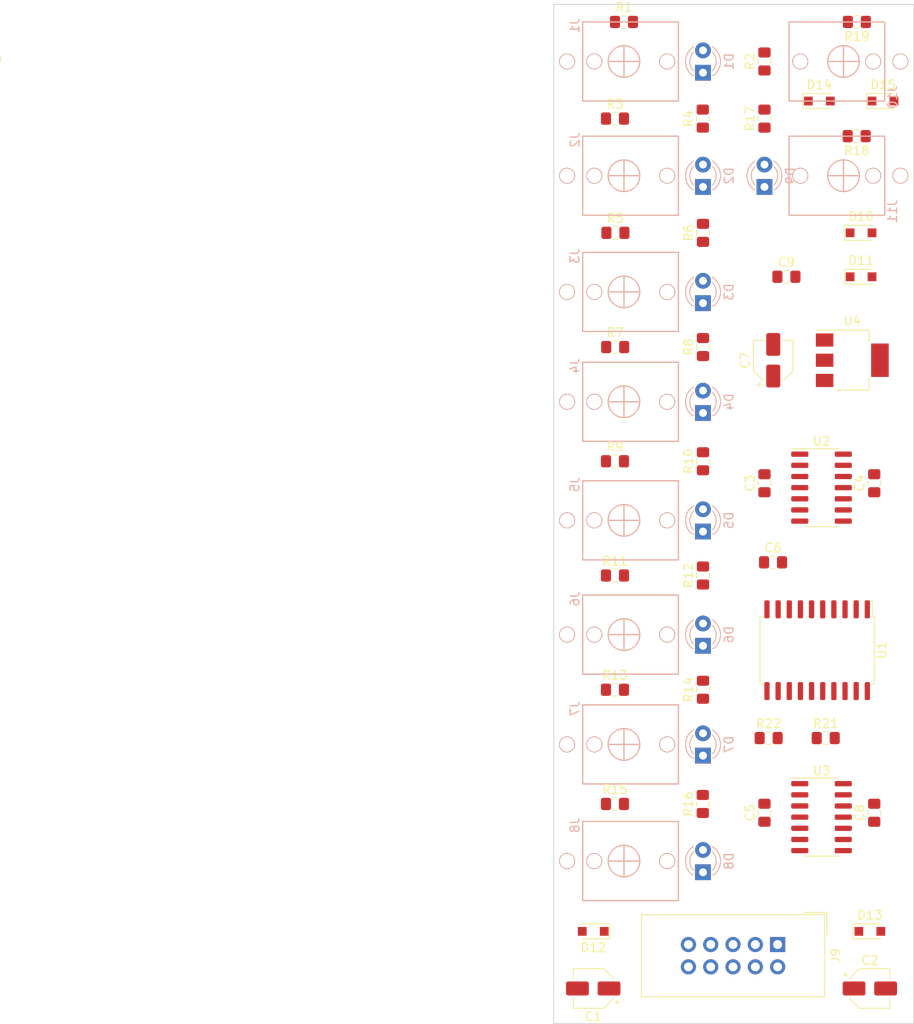
<source format=kicad_pcb>
(kicad_pcb (version 20171130) (host pcbnew 5.1.5-52549c5~84~ubuntu18.04.1)

  (general
    (thickness 1.6)
    (drawings 5)
    (tracks 0)
    (zones 0)
    (modules 60)
    (nets 58)
  )

  (page A4)
  (layers
    (0 F.Cu signal)
    (31 B.Cu signal)
    (32 B.Adhes user)
    (33 F.Adhes user)
    (34 B.Paste user)
    (35 F.Paste user)
    (36 B.SilkS user)
    (37 F.SilkS user)
    (38 B.Mask user)
    (39 F.Mask user)
    (40 Dwgs.User user)
    (41 Cmts.User user)
    (42 Eco1.User user)
    (43 Eco2.User user)
    (44 Edge.Cuts user)
    (45 Margin user)
    (46 B.CrtYd user)
    (47 F.CrtYd user)
    (48 B.Fab user)
    (49 F.Fab user)
  )

  (setup
    (last_trace_width 0.25)
    (trace_clearance 0.2)
    (zone_clearance 0.508)
    (zone_45_only no)
    (trace_min 0.2)
    (via_size 0.8)
    (via_drill 0.4)
    (via_min_size 0.4)
    (via_min_drill 0.3)
    (uvia_size 0.3)
    (uvia_drill 0.1)
    (uvias_allowed no)
    (uvia_min_size 0.2)
    (uvia_min_drill 0.1)
    (edge_width 0.05)
    (segment_width 0.2)
    (pcb_text_width 0.3)
    (pcb_text_size 1.5 1.5)
    (mod_edge_width 0.12)
    (mod_text_size 1 1)
    (mod_text_width 0.15)
    (pad_size 1.524 1.524)
    (pad_drill 0.762)
    (pad_to_mask_clearance 0.051)
    (solder_mask_min_width 0.25)
    (aux_axis_origin 0 0)
    (visible_elements FFFFFF7F)
    (pcbplotparams
      (layerselection 0x010fc_ffffffff)
      (usegerberextensions false)
      (usegerberattributes false)
      (usegerberadvancedattributes false)
      (creategerberjobfile false)
      (excludeedgelayer true)
      (linewidth 0.100000)
      (plotframeref false)
      (viasonmask false)
      (mode 1)
      (useauxorigin false)
      (hpglpennumber 1)
      (hpglpenspeed 20)
      (hpglpendiameter 15.000000)
      (psnegative false)
      (psa4output false)
      (plotreference true)
      (plotvalue true)
      (plotinvisibletext false)
      (padsonsilk false)
      (subtractmaskfromsilk false)
      (outputformat 1)
      (mirror false)
      (drillshape 1)
      (scaleselection 1)
      (outputdirectory ""))
  )

  (net 0 "")
  (net 1 GND)
  (net 2 /+12V)
  (net 3 /-12V)
  (net 4 VCC)
  (net 5 "Net-(D1-Pad2)")
  (net 6 "Net-(D2-Pad2)")
  (net 7 "Net-(D3-Pad2)")
  (net 8 "Net-(D4-Pad2)")
  (net 9 "Net-(D5-Pad2)")
  (net 10 "Net-(D6-Pad2)")
  (net 11 "Net-(D7-Pad2)")
  (net 12 "Net-(D8-Pad2)")
  (net 13 "Net-(D9-Pad2)")
  (net 14 /CV_IN)
  (net 15 "Net-(J1-Pad1)")
  (net 16 "Net-(J1-Pad2)")
  (net 17 "Net-(J2-Pad1)")
  (net 18 "Net-(J2-Pad2)")
  (net 19 "Net-(J3-Pad1)")
  (net 20 "Net-(J3-Pad2)")
  (net 21 "Net-(J4-Pad1)")
  (net 22 "Net-(J4-Pad2)")
  (net 23 "Net-(J5-Pad1)")
  (net 24 "Net-(J5-Pad2)")
  (net 25 "Net-(J6-Pad1)")
  (net 26 "Net-(J6-Pad2)")
  (net 27 "Net-(J7-Pad1)")
  (net 28 "Net-(J7-Pad2)")
  (net 29 "Net-(J8-Pad1)")
  (net 30 "Net-(J8-Pad2)")
  (net 31 /CLOCK_IN)
  (net 32 "Net-(J10-Pad2)")
  (net 33 "Net-(J11-Pad2)")
  (net 34 /RDY)
  (net 35 "Net-(R1-Pad2)")
  (net 36 "Net-(R3-Pad2)")
  (net 37 "Net-(R5-Pad2)")
  (net 38 "Net-(R7-Pad2)")
  (net 39 "Net-(R10-Pad2)")
  (net 40 "Net-(R11-Pad2)")
  (net 41 "Net-(R13-Pad2)")
  (net 42 "Net-(R15-Pad2)")
  (net 43 /OFL)
  (net 44 /VREF-)
  (net 45 "Net-(U1-Pad19)")
  (net 46 /DB7)
  (net 47 /DB6)
  (net 48 /DB5)
  (net 49 /DB4)
  (net 50 "Net-(U1-Pad9)")
  (net 51 /DB3)
  (net 52 /DB2)
  (net 53 /DB1)
  (net 54 /DB0)
  (net 55 /VIN)
  (net 56 "Net-(C1-Pad1)")
  (net 57 "Net-(C2-Pad1)")

  (net_class Default "This is the default net class."
    (clearance 0.2)
    (trace_width 0.25)
    (via_dia 0.8)
    (via_drill 0.4)
    (uvia_dia 0.3)
    (uvia_drill 0.1)
    (add_net /+12V)
    (add_net /-12V)
    (add_net /CLOCK_IN)
    (add_net /CV_IN)
    (add_net /DB0)
    (add_net /DB1)
    (add_net /DB2)
    (add_net /DB3)
    (add_net /DB4)
    (add_net /DB5)
    (add_net /DB6)
    (add_net /DB7)
    (add_net /OFL)
    (add_net /RDY)
    (add_net /VIN)
    (add_net /VREF-)
    (add_net GND)
    (add_net "Net-(C1-Pad1)")
    (add_net "Net-(C2-Pad1)")
    (add_net "Net-(D1-Pad2)")
    (add_net "Net-(D2-Pad2)")
    (add_net "Net-(D3-Pad2)")
    (add_net "Net-(D4-Pad2)")
    (add_net "Net-(D5-Pad2)")
    (add_net "Net-(D6-Pad2)")
    (add_net "Net-(D7-Pad2)")
    (add_net "Net-(D8-Pad2)")
    (add_net "Net-(D9-Pad2)")
    (add_net "Net-(J1-Pad1)")
    (add_net "Net-(J1-Pad2)")
    (add_net "Net-(J10-Pad2)")
    (add_net "Net-(J11-Pad2)")
    (add_net "Net-(J2-Pad1)")
    (add_net "Net-(J2-Pad2)")
    (add_net "Net-(J3-Pad1)")
    (add_net "Net-(J3-Pad2)")
    (add_net "Net-(J4-Pad1)")
    (add_net "Net-(J4-Pad2)")
    (add_net "Net-(J5-Pad1)")
    (add_net "Net-(J5-Pad2)")
    (add_net "Net-(J6-Pad1)")
    (add_net "Net-(J6-Pad2)")
    (add_net "Net-(J7-Pad1)")
    (add_net "Net-(J7-Pad2)")
    (add_net "Net-(J8-Pad1)")
    (add_net "Net-(J8-Pad2)")
    (add_net "Net-(R1-Pad2)")
    (add_net "Net-(R10-Pad2)")
    (add_net "Net-(R11-Pad2)")
    (add_net "Net-(R13-Pad2)")
    (add_net "Net-(R15-Pad2)")
    (add_net "Net-(R3-Pad2)")
    (add_net "Net-(R5-Pad2)")
    (add_net "Net-(R7-Pad2)")
    (add_net "Net-(U1-Pad19)")
    (add_net "Net-(U1-Pad9)")
    (add_net VCC)
  )

  (module LED_THT:LED_D3.0mm (layer B.Cu) (tedit 587A3A7B) (tstamp 5E46CD29)
    (at 216 128.775 90)
    (descr "LED, diameter 3.0mm, 2 pins")
    (tags "LED diameter 3.0mm 2 pins")
    (path /5E3ABC38)
    (fp_text reference D8 (at 1.27 2.96 90) (layer B.SilkS)
      (effects (font (size 1 1) (thickness 0.15)) (justify mirror))
    )
    (fp_text value LED (at 1.27 -2.96 90) (layer B.Fab)
      (effects (font (size 1 1) (thickness 0.15)) (justify mirror))
    )
    (fp_line (start 3.7 2.25) (end -1.15 2.25) (layer B.CrtYd) (width 0.05))
    (fp_line (start 3.7 -2.25) (end 3.7 2.25) (layer B.CrtYd) (width 0.05))
    (fp_line (start -1.15 -2.25) (end 3.7 -2.25) (layer B.CrtYd) (width 0.05))
    (fp_line (start -1.15 2.25) (end -1.15 -2.25) (layer B.CrtYd) (width 0.05))
    (fp_line (start -0.29 -1.08) (end -0.29 -1.236) (layer B.SilkS) (width 0.12))
    (fp_line (start -0.29 1.236) (end -0.29 1.08) (layer B.SilkS) (width 0.12))
    (fp_line (start -0.23 1.16619) (end -0.23 -1.16619) (layer B.Fab) (width 0.1))
    (fp_circle (center 1.27 0) (end 2.77 0) (layer B.Fab) (width 0.1))
    (fp_arc (start 1.27 0) (end 0.229039 -1.08) (angle 87.9) (layer B.SilkS) (width 0.12))
    (fp_arc (start 1.27 0) (end 0.229039 1.08) (angle -87.9) (layer B.SilkS) (width 0.12))
    (fp_arc (start 1.27 0) (end -0.29 -1.235516) (angle 108.8) (layer B.SilkS) (width 0.12))
    (fp_arc (start 1.27 0) (end -0.29 1.235516) (angle -108.8) (layer B.SilkS) (width 0.12))
    (fp_arc (start 1.27 0) (end -0.23 1.16619) (angle -284.3) (layer B.Fab) (width 0.1))
    (pad 2 thru_hole circle (at 2.54 0 90) (size 1.8 1.8) (drill 0.9) (layers *.Cu *.Mask)
      (net 12 "Net-(D8-Pad2)"))
    (pad 1 thru_hole rect (at 0 0 90) (size 1.8 1.8) (drill 0.9) (layers *.Cu *.Mask)
      (net 1 GND))
    (model ${KISYS3DMOD}/LED_THT.3dshapes/LED_D3.0mm.wrl
      (at (xyz 0 0 0))
      (scale (xyz 1 1 1))
      (rotate (xyz 0 0 0))
    )
  )

  (module LED_THT:LED_D3.0mm (layer B.Cu) (tedit 587A3A7B) (tstamp 5E46CD18)
    (at 216 115.5 90)
    (descr "LED, diameter 3.0mm, 2 pins")
    (tags "LED diameter 3.0mm 2 pins")
    (path /5E3AB264)
    (fp_text reference D7 (at 1.27 2.96 90) (layer B.SilkS)
      (effects (font (size 1 1) (thickness 0.15)) (justify mirror))
    )
    (fp_text value LED (at 1.27 -2.96 90) (layer B.Fab)
      (effects (font (size 1 1) (thickness 0.15)) (justify mirror))
    )
    (fp_line (start 3.7 2.25) (end -1.15 2.25) (layer B.CrtYd) (width 0.05))
    (fp_line (start 3.7 -2.25) (end 3.7 2.25) (layer B.CrtYd) (width 0.05))
    (fp_line (start -1.15 -2.25) (end 3.7 -2.25) (layer B.CrtYd) (width 0.05))
    (fp_line (start -1.15 2.25) (end -1.15 -2.25) (layer B.CrtYd) (width 0.05))
    (fp_line (start -0.29 -1.08) (end -0.29 -1.236) (layer B.SilkS) (width 0.12))
    (fp_line (start -0.29 1.236) (end -0.29 1.08) (layer B.SilkS) (width 0.12))
    (fp_line (start -0.23 1.16619) (end -0.23 -1.16619) (layer B.Fab) (width 0.1))
    (fp_circle (center 1.27 0) (end 2.77 0) (layer B.Fab) (width 0.1))
    (fp_arc (start 1.27 0) (end 0.229039 -1.08) (angle 87.9) (layer B.SilkS) (width 0.12))
    (fp_arc (start 1.27 0) (end 0.229039 1.08) (angle -87.9) (layer B.SilkS) (width 0.12))
    (fp_arc (start 1.27 0) (end -0.29 -1.235516) (angle 108.8) (layer B.SilkS) (width 0.12))
    (fp_arc (start 1.27 0) (end -0.29 1.235516) (angle -108.8) (layer B.SilkS) (width 0.12))
    (fp_arc (start 1.27 0) (end -0.23 1.16619) (angle -284.3) (layer B.Fab) (width 0.1))
    (pad 2 thru_hole circle (at 2.54 0 90) (size 1.8 1.8) (drill 0.9) (layers *.Cu *.Mask)
      (net 11 "Net-(D7-Pad2)"))
    (pad 1 thru_hole rect (at 0 0 90) (size 1.8 1.8) (drill 0.9) (layers *.Cu *.Mask)
      (net 1 GND))
    (model ${KISYS3DMOD}/LED_THT.3dshapes/LED_D3.0mm.wrl
      (at (xyz 0 0 0))
      (scale (xyz 1 1 1))
      (rotate (xyz 0 0 0))
    )
  )

  (module LED_THT:LED_D3.0mm (layer B.Cu) (tedit 587A3A7B) (tstamp 5E46CD07)
    (at 216 103 90)
    (descr "LED, diameter 3.0mm, 2 pins")
    (tags "LED diameter 3.0mm 2 pins")
    (path /5E3AAB89)
    (fp_text reference D6 (at 1.27 2.96 90) (layer B.SilkS)
      (effects (font (size 1 1) (thickness 0.15)) (justify mirror))
    )
    (fp_text value LED (at 1.27 -2.96 90) (layer B.Fab)
      (effects (font (size 1 1) (thickness 0.15)) (justify mirror))
    )
    (fp_line (start 3.7 2.25) (end -1.15 2.25) (layer B.CrtYd) (width 0.05))
    (fp_line (start 3.7 -2.25) (end 3.7 2.25) (layer B.CrtYd) (width 0.05))
    (fp_line (start -1.15 -2.25) (end 3.7 -2.25) (layer B.CrtYd) (width 0.05))
    (fp_line (start -1.15 2.25) (end -1.15 -2.25) (layer B.CrtYd) (width 0.05))
    (fp_line (start -0.29 -1.08) (end -0.29 -1.236) (layer B.SilkS) (width 0.12))
    (fp_line (start -0.29 1.236) (end -0.29 1.08) (layer B.SilkS) (width 0.12))
    (fp_line (start -0.23 1.16619) (end -0.23 -1.16619) (layer B.Fab) (width 0.1))
    (fp_circle (center 1.27 0) (end 2.77 0) (layer B.Fab) (width 0.1))
    (fp_arc (start 1.27 0) (end 0.229039 -1.08) (angle 87.9) (layer B.SilkS) (width 0.12))
    (fp_arc (start 1.27 0) (end 0.229039 1.08) (angle -87.9) (layer B.SilkS) (width 0.12))
    (fp_arc (start 1.27 0) (end -0.29 -1.235516) (angle 108.8) (layer B.SilkS) (width 0.12))
    (fp_arc (start 1.27 0) (end -0.29 1.235516) (angle -108.8) (layer B.SilkS) (width 0.12))
    (fp_arc (start 1.27 0) (end -0.23 1.16619) (angle -284.3) (layer B.Fab) (width 0.1))
    (pad 2 thru_hole circle (at 2.54 0 90) (size 1.8 1.8) (drill 0.9) (layers *.Cu *.Mask)
      (net 10 "Net-(D6-Pad2)"))
    (pad 1 thru_hole rect (at 0 0 90) (size 1.8 1.8) (drill 0.9) (layers *.Cu *.Mask)
      (net 1 GND))
    (model ${KISYS3DMOD}/LED_THT.3dshapes/LED_D3.0mm.wrl
      (at (xyz 0 0 0))
      (scale (xyz 1 1 1))
      (rotate (xyz 0 0 0))
    )
  )

  (module LED_THT:LED_D3.0mm (layer B.Cu) (tedit 587A3A7B) (tstamp 5E46CCF6)
    (at 216 90 90)
    (descr "LED, diameter 3.0mm, 2 pins")
    (tags "LED diameter 3.0mm 2 pins")
    (path /5E3AA418)
    (fp_text reference D5 (at 1.27 2.96 90) (layer B.SilkS)
      (effects (font (size 1 1) (thickness 0.15)) (justify mirror))
    )
    (fp_text value LED (at 1.27 -2.96 90) (layer B.Fab)
      (effects (font (size 1 1) (thickness 0.15)) (justify mirror))
    )
    (fp_line (start 3.7 2.25) (end -1.15 2.25) (layer B.CrtYd) (width 0.05))
    (fp_line (start 3.7 -2.25) (end 3.7 2.25) (layer B.CrtYd) (width 0.05))
    (fp_line (start -1.15 -2.25) (end 3.7 -2.25) (layer B.CrtYd) (width 0.05))
    (fp_line (start -1.15 2.25) (end -1.15 -2.25) (layer B.CrtYd) (width 0.05))
    (fp_line (start -0.29 -1.08) (end -0.29 -1.236) (layer B.SilkS) (width 0.12))
    (fp_line (start -0.29 1.236) (end -0.29 1.08) (layer B.SilkS) (width 0.12))
    (fp_line (start -0.23 1.16619) (end -0.23 -1.16619) (layer B.Fab) (width 0.1))
    (fp_circle (center 1.27 0) (end 2.77 0) (layer B.Fab) (width 0.1))
    (fp_arc (start 1.27 0) (end 0.229039 -1.08) (angle 87.9) (layer B.SilkS) (width 0.12))
    (fp_arc (start 1.27 0) (end 0.229039 1.08) (angle -87.9) (layer B.SilkS) (width 0.12))
    (fp_arc (start 1.27 0) (end -0.29 -1.235516) (angle 108.8) (layer B.SilkS) (width 0.12))
    (fp_arc (start 1.27 0) (end -0.29 1.235516) (angle -108.8) (layer B.SilkS) (width 0.12))
    (fp_arc (start 1.27 0) (end -0.23 1.16619) (angle -284.3) (layer B.Fab) (width 0.1))
    (pad 2 thru_hole circle (at 2.54 0 90) (size 1.8 1.8) (drill 0.9) (layers *.Cu *.Mask)
      (net 9 "Net-(D5-Pad2)"))
    (pad 1 thru_hole rect (at 0 0 90) (size 1.8 1.8) (drill 0.9) (layers *.Cu *.Mask)
      (net 1 GND))
    (model ${KISYS3DMOD}/LED_THT.3dshapes/LED_D3.0mm.wrl
      (at (xyz 0 0 0))
      (scale (xyz 1 1 1))
      (rotate (xyz 0 0 0))
    )
  )

  (module LED_THT:LED_D3.0mm (layer B.Cu) (tedit 587A3A7B) (tstamp 5E46CCE5)
    (at 216 76.5 90)
    (descr "LED, diameter 3.0mm, 2 pins")
    (tags "LED diameter 3.0mm 2 pins")
    (path /5E398BA5)
    (fp_text reference D4 (at 1.27 2.96 90) (layer B.SilkS)
      (effects (font (size 1 1) (thickness 0.15)) (justify mirror))
    )
    (fp_text value LED (at 1.27 -2.96 90) (layer B.Fab)
      (effects (font (size 1 1) (thickness 0.15)) (justify mirror))
    )
    (fp_line (start 3.7 2.25) (end -1.15 2.25) (layer B.CrtYd) (width 0.05))
    (fp_line (start 3.7 -2.25) (end 3.7 2.25) (layer B.CrtYd) (width 0.05))
    (fp_line (start -1.15 -2.25) (end 3.7 -2.25) (layer B.CrtYd) (width 0.05))
    (fp_line (start -1.15 2.25) (end -1.15 -2.25) (layer B.CrtYd) (width 0.05))
    (fp_line (start -0.29 -1.08) (end -0.29 -1.236) (layer B.SilkS) (width 0.12))
    (fp_line (start -0.29 1.236) (end -0.29 1.08) (layer B.SilkS) (width 0.12))
    (fp_line (start -0.23 1.16619) (end -0.23 -1.16619) (layer B.Fab) (width 0.1))
    (fp_circle (center 1.27 0) (end 2.77 0) (layer B.Fab) (width 0.1))
    (fp_arc (start 1.27 0) (end 0.229039 -1.08) (angle 87.9) (layer B.SilkS) (width 0.12))
    (fp_arc (start 1.27 0) (end 0.229039 1.08) (angle -87.9) (layer B.SilkS) (width 0.12))
    (fp_arc (start 1.27 0) (end -0.29 -1.235516) (angle 108.8) (layer B.SilkS) (width 0.12))
    (fp_arc (start 1.27 0) (end -0.29 1.235516) (angle -108.8) (layer B.SilkS) (width 0.12))
    (fp_arc (start 1.27 0) (end -0.23 1.16619) (angle -284.3) (layer B.Fab) (width 0.1))
    (pad 2 thru_hole circle (at 2.54 0 90) (size 1.8 1.8) (drill 0.9) (layers *.Cu *.Mask)
      (net 8 "Net-(D4-Pad2)"))
    (pad 1 thru_hole rect (at 0 0 90) (size 1.8 1.8) (drill 0.9) (layers *.Cu *.Mask)
      (net 1 GND))
    (model ${KISYS3DMOD}/LED_THT.3dshapes/LED_D3.0mm.wrl
      (at (xyz 0 0 0))
      (scale (xyz 1 1 1))
      (rotate (xyz 0 0 0))
    )
  )

  (module LED_THT:LED_D3.0mm (layer B.Cu) (tedit 587A3A7B) (tstamp 5E46CCD4)
    (at 216 64 90)
    (descr "LED, diameter 3.0mm, 2 pins")
    (tags "LED diameter 3.0mm 2 pins")
    (path /5E3943F9)
    (fp_text reference D3 (at 1.27 2.96 90) (layer B.SilkS)
      (effects (font (size 1 1) (thickness 0.15)) (justify mirror))
    )
    (fp_text value LED (at 1.27 -2.96 90) (layer B.Fab)
      (effects (font (size 1 1) (thickness 0.15)) (justify mirror))
    )
    (fp_line (start 3.7 2.25) (end -1.15 2.25) (layer B.CrtYd) (width 0.05))
    (fp_line (start 3.7 -2.25) (end 3.7 2.25) (layer B.CrtYd) (width 0.05))
    (fp_line (start -1.15 -2.25) (end 3.7 -2.25) (layer B.CrtYd) (width 0.05))
    (fp_line (start -1.15 2.25) (end -1.15 -2.25) (layer B.CrtYd) (width 0.05))
    (fp_line (start -0.29 -1.08) (end -0.29 -1.236) (layer B.SilkS) (width 0.12))
    (fp_line (start -0.29 1.236) (end -0.29 1.08) (layer B.SilkS) (width 0.12))
    (fp_line (start -0.23 1.16619) (end -0.23 -1.16619) (layer B.Fab) (width 0.1))
    (fp_circle (center 1.27 0) (end 2.77 0) (layer B.Fab) (width 0.1))
    (fp_arc (start 1.27 0) (end 0.229039 -1.08) (angle 87.9) (layer B.SilkS) (width 0.12))
    (fp_arc (start 1.27 0) (end 0.229039 1.08) (angle -87.9) (layer B.SilkS) (width 0.12))
    (fp_arc (start 1.27 0) (end -0.29 -1.235516) (angle 108.8) (layer B.SilkS) (width 0.12))
    (fp_arc (start 1.27 0) (end -0.29 1.235516) (angle -108.8) (layer B.SilkS) (width 0.12))
    (fp_arc (start 1.27 0) (end -0.23 1.16619) (angle -284.3) (layer B.Fab) (width 0.1))
    (pad 2 thru_hole circle (at 2.54 0 90) (size 1.8 1.8) (drill 0.9) (layers *.Cu *.Mask)
      (net 7 "Net-(D3-Pad2)"))
    (pad 1 thru_hole rect (at 0 0 90) (size 1.8 1.8) (drill 0.9) (layers *.Cu *.Mask)
      (net 1 GND))
    (model ${KISYS3DMOD}/LED_THT.3dshapes/LED_D3.0mm.wrl
      (at (xyz 0 0 0))
      (scale (xyz 1 1 1))
      (rotate (xyz 0 0 0))
    )
  )

  (module LED_THT:LED_D3.0mm (layer B.Cu) (tedit 587A3A7B) (tstamp 5E46CCC3)
    (at 216 50.775 90)
    (descr "LED, diameter 3.0mm, 2 pins")
    (tags "LED diameter 3.0mm 2 pins")
    (path /5E393E75)
    (fp_text reference D2 (at 1.27 2.96 90) (layer B.SilkS)
      (effects (font (size 1 1) (thickness 0.15)) (justify mirror))
    )
    (fp_text value LED (at 1.27 -2.96 90) (layer B.Fab)
      (effects (font (size 1 1) (thickness 0.15)) (justify mirror))
    )
    (fp_line (start 3.7 2.25) (end -1.15 2.25) (layer B.CrtYd) (width 0.05))
    (fp_line (start 3.7 -2.25) (end 3.7 2.25) (layer B.CrtYd) (width 0.05))
    (fp_line (start -1.15 -2.25) (end 3.7 -2.25) (layer B.CrtYd) (width 0.05))
    (fp_line (start -1.15 2.25) (end -1.15 -2.25) (layer B.CrtYd) (width 0.05))
    (fp_line (start -0.29 -1.08) (end -0.29 -1.236) (layer B.SilkS) (width 0.12))
    (fp_line (start -0.29 1.236) (end -0.29 1.08) (layer B.SilkS) (width 0.12))
    (fp_line (start -0.23 1.16619) (end -0.23 -1.16619) (layer B.Fab) (width 0.1))
    (fp_circle (center 1.27 0) (end 2.77 0) (layer B.Fab) (width 0.1))
    (fp_arc (start 1.27 0) (end 0.229039 -1.08) (angle 87.9) (layer B.SilkS) (width 0.12))
    (fp_arc (start 1.27 0) (end 0.229039 1.08) (angle -87.9) (layer B.SilkS) (width 0.12))
    (fp_arc (start 1.27 0) (end -0.29 -1.235516) (angle 108.8) (layer B.SilkS) (width 0.12))
    (fp_arc (start 1.27 0) (end -0.29 1.235516) (angle -108.8) (layer B.SilkS) (width 0.12))
    (fp_arc (start 1.27 0) (end -0.23 1.16619) (angle -284.3) (layer B.Fab) (width 0.1))
    (pad 2 thru_hole circle (at 2.54 0 90) (size 1.8 1.8) (drill 0.9) (layers *.Cu *.Mask)
      (net 6 "Net-(D2-Pad2)"))
    (pad 1 thru_hole rect (at 0 0 90) (size 1.8 1.8) (drill 0.9) (layers *.Cu *.Mask)
      (net 1 GND))
    (model ${KISYS3DMOD}/LED_THT.3dshapes/LED_D3.0mm.wrl
      (at (xyz 0 0 0))
      (scale (xyz 1 1 1))
      (rotate (xyz 0 0 0))
    )
  )

  (module LED_THT:LED_D3.0mm (layer B.Cu) (tedit 587A3A7B) (tstamp 5E46CCB2)
    (at 216 37.775 90)
    (descr "LED, diameter 3.0mm, 2 pins")
    (tags "LED diameter 3.0mm 2 pins")
    (path /5E4047E3)
    (fp_text reference D1 (at 1.27 2.96 90) (layer B.SilkS)
      (effects (font (size 1 1) (thickness 0.15)) (justify mirror))
    )
    (fp_text value LED (at 1.27 -2.96 90) (layer B.Fab)
      (effects (font (size 1 1) (thickness 0.15)) (justify mirror))
    )
    (fp_line (start 3.7 2.25) (end -1.15 2.25) (layer B.CrtYd) (width 0.05))
    (fp_line (start 3.7 -2.25) (end 3.7 2.25) (layer B.CrtYd) (width 0.05))
    (fp_line (start -1.15 -2.25) (end 3.7 -2.25) (layer B.CrtYd) (width 0.05))
    (fp_line (start -1.15 2.25) (end -1.15 -2.25) (layer B.CrtYd) (width 0.05))
    (fp_line (start -0.29 -1.08) (end -0.29 -1.236) (layer B.SilkS) (width 0.12))
    (fp_line (start -0.29 1.236) (end -0.29 1.08) (layer B.SilkS) (width 0.12))
    (fp_line (start -0.23 1.16619) (end -0.23 -1.16619) (layer B.Fab) (width 0.1))
    (fp_circle (center 1.27 0) (end 2.77 0) (layer B.Fab) (width 0.1))
    (fp_arc (start 1.27 0) (end 0.229039 -1.08) (angle 87.9) (layer B.SilkS) (width 0.12))
    (fp_arc (start 1.27 0) (end 0.229039 1.08) (angle -87.9) (layer B.SilkS) (width 0.12))
    (fp_arc (start 1.27 0) (end -0.29 -1.235516) (angle 108.8) (layer B.SilkS) (width 0.12))
    (fp_arc (start 1.27 0) (end -0.29 1.235516) (angle -108.8) (layer B.SilkS) (width 0.12))
    (fp_arc (start 1.27 0) (end -0.23 1.16619) (angle -284.3) (layer B.Fab) (width 0.1))
    (pad 2 thru_hole circle (at 2.54 0 90) (size 1.8 1.8) (drill 0.9) (layers *.Cu *.Mask)
      (net 5 "Net-(D1-Pad2)"))
    (pad 1 thru_hole rect (at 0 0 90) (size 1.8 1.8) (drill 0.9) (layers *.Cu *.Mask)
      (net 1 GND))
    (model ${KISYS3DMOD}/LED_THT.3dshapes/LED_D3.0mm.wrl
      (at (xyz 0 0 0))
      (scale (xyz 1 1 1))
      (rotate (xyz 0 0 0))
    )
  )

  (module LED_THT:LED_D3.0mm (layer B.Cu) (tedit 587A3A7B) (tstamp 5E46CD3A)
    (at 223 50.775 90)
    (descr "LED, diameter 3.0mm, 2 pins")
    (tags "LED diameter 3.0mm 2 pins")
    (path /5E53E105)
    (fp_text reference D9 (at 1.27 2.96 90) (layer B.SilkS)
      (effects (font (size 1 1) (thickness 0.15)) (justify mirror))
    )
    (fp_text value LED (at 1.27 -2.96 90) (layer B.Fab)
      (effects (font (size 1 1) (thickness 0.15)) (justify mirror))
    )
    (fp_line (start 3.7 2.25) (end -1.15 2.25) (layer B.CrtYd) (width 0.05))
    (fp_line (start 3.7 -2.25) (end 3.7 2.25) (layer B.CrtYd) (width 0.05))
    (fp_line (start -1.15 -2.25) (end 3.7 -2.25) (layer B.CrtYd) (width 0.05))
    (fp_line (start -1.15 2.25) (end -1.15 -2.25) (layer B.CrtYd) (width 0.05))
    (fp_line (start -0.29 -1.08) (end -0.29 -1.236) (layer B.SilkS) (width 0.12))
    (fp_line (start -0.29 1.236) (end -0.29 1.08) (layer B.SilkS) (width 0.12))
    (fp_line (start -0.23 1.16619) (end -0.23 -1.16619) (layer B.Fab) (width 0.1))
    (fp_circle (center 1.27 0) (end 2.77 0) (layer B.Fab) (width 0.1))
    (fp_arc (start 1.27 0) (end 0.229039 -1.08) (angle 87.9) (layer B.SilkS) (width 0.12))
    (fp_arc (start 1.27 0) (end 0.229039 1.08) (angle -87.9) (layer B.SilkS) (width 0.12))
    (fp_arc (start 1.27 0) (end -0.29 -1.235516) (angle 108.8) (layer B.SilkS) (width 0.12))
    (fp_arc (start 1.27 0) (end -0.29 1.235516) (angle -108.8) (layer B.SilkS) (width 0.12))
    (fp_arc (start 1.27 0) (end -0.23 1.16619) (angle -284.3) (layer B.Fab) (width 0.1))
    (pad 2 thru_hole circle (at 2.54 0 90) (size 1.8 1.8) (drill 0.9) (layers *.Cu *.Mask)
      (net 13 "Net-(D9-Pad2)"))
    (pad 1 thru_hole rect (at 0 0 90) (size 1.8 1.8) (drill 0.9) (layers *.Cu *.Mask)
      (net 1 GND))
    (model ${KISYS3DMOD}/LED_THT.3dshapes/LED_D3.0mm.wrl
      (at (xyz 0 0 0))
      (scale (xyz 1 1 1))
      (rotate (xyz 0 0 0))
    )
  )

  (module Connector_IDC:IDC-Header_2x05_P2.54mm_Vertical (layer F.Cu) (tedit 59DE0611) (tstamp 5E47461B)
    (at 224.5 137 270)
    (descr "Through hole straight IDC box header, 2x05, 2.54mm pitch, double rows")
    (tags "Through hole IDC box header THT 2x05 2.54mm double row")
    (path /5E4467ED)
    (fp_text reference J9 (at 1.27 -6.604 270) (layer F.SilkS)
      (effects (font (size 1 1) (thickness 0.15)))
    )
    (fp_text value EURO_PWR_2x5 (at 1.27 16.764 270) (layer F.Fab)
      (effects (font (size 1 1) (thickness 0.15)))
    )
    (fp_line (start -3.655 -5.6) (end -1.115 -5.6) (layer F.SilkS) (width 0.12))
    (fp_line (start -3.655 -5.6) (end -3.655 -3.06) (layer F.SilkS) (width 0.12))
    (fp_line (start -3.405 -5.35) (end 5.945 -5.35) (layer F.SilkS) (width 0.12))
    (fp_line (start -3.405 15.51) (end -3.405 -5.35) (layer F.SilkS) (width 0.12))
    (fp_line (start 5.945 15.51) (end -3.405 15.51) (layer F.SilkS) (width 0.12))
    (fp_line (start 5.945 -5.35) (end 5.945 15.51) (layer F.SilkS) (width 0.12))
    (fp_line (start -3.41 -5.35) (end 5.95 -5.35) (layer F.CrtYd) (width 0.05))
    (fp_line (start -3.41 15.51) (end -3.41 -5.35) (layer F.CrtYd) (width 0.05))
    (fp_line (start 5.95 15.51) (end -3.41 15.51) (layer F.CrtYd) (width 0.05))
    (fp_line (start 5.95 -5.35) (end 5.95 15.51) (layer F.CrtYd) (width 0.05))
    (fp_line (start -3.155 15.26) (end -2.605 14.7) (layer F.Fab) (width 0.1))
    (fp_line (start -3.155 -5.1) (end -2.605 -4.56) (layer F.Fab) (width 0.1))
    (fp_line (start 5.695 15.26) (end 5.145 14.7) (layer F.Fab) (width 0.1))
    (fp_line (start 5.695 -5.1) (end 5.145 -4.56) (layer F.Fab) (width 0.1))
    (fp_line (start 5.145 14.7) (end -2.605 14.7) (layer F.Fab) (width 0.1))
    (fp_line (start 5.695 15.26) (end -3.155 15.26) (layer F.Fab) (width 0.1))
    (fp_line (start 5.145 -4.56) (end -2.605 -4.56) (layer F.Fab) (width 0.1))
    (fp_line (start 5.695 -5.1) (end -3.155 -5.1) (layer F.Fab) (width 0.1))
    (fp_line (start -2.605 7.33) (end -3.155 7.33) (layer F.Fab) (width 0.1))
    (fp_line (start -2.605 2.83) (end -3.155 2.83) (layer F.Fab) (width 0.1))
    (fp_line (start -2.605 7.33) (end -2.605 14.7) (layer F.Fab) (width 0.1))
    (fp_line (start -2.605 -4.56) (end -2.605 2.83) (layer F.Fab) (width 0.1))
    (fp_line (start -3.155 -5.1) (end -3.155 15.26) (layer F.Fab) (width 0.1))
    (fp_line (start 5.145 -4.56) (end 5.145 14.7) (layer F.Fab) (width 0.1))
    (fp_line (start 5.695 -5.1) (end 5.695 15.26) (layer F.Fab) (width 0.1))
    (fp_text user %R (at 1.27 5.08 270) (layer F.Fab)
      (effects (font (size 1 1) (thickness 0.15)))
    )
    (pad 10 thru_hole oval (at 2.54 10.16 270) (size 1.7272 1.7272) (drill 1.016) (layers *.Cu *.Mask)
      (net 3 /-12V))
    (pad 9 thru_hole oval (at 0 10.16 270) (size 1.7272 1.7272) (drill 1.016) (layers *.Cu *.Mask)
      (net 3 /-12V))
    (pad 8 thru_hole oval (at 2.54 7.62 270) (size 1.7272 1.7272) (drill 1.016) (layers *.Cu *.Mask)
      (net 1 GND))
    (pad 7 thru_hole oval (at 0 7.62 270) (size 1.7272 1.7272) (drill 1.016) (layers *.Cu *.Mask)
      (net 1 GND))
    (pad 6 thru_hole oval (at 2.54 5.08 270) (size 1.7272 1.7272) (drill 1.016) (layers *.Cu *.Mask)
      (net 1 GND))
    (pad 5 thru_hole oval (at 0 5.08 270) (size 1.7272 1.7272) (drill 1.016) (layers *.Cu *.Mask)
      (net 1 GND))
    (pad 4 thru_hole oval (at 2.54 2.54 270) (size 1.7272 1.7272) (drill 1.016) (layers *.Cu *.Mask)
      (net 1 GND))
    (pad 3 thru_hole oval (at 0 2.54 270) (size 1.7272 1.7272) (drill 1.016) (layers *.Cu *.Mask)
      (net 1 GND))
    (pad 2 thru_hole oval (at 2.54 0 270) (size 1.7272 1.7272) (drill 1.016) (layers *.Cu *.Mask)
      (net 2 /+12V))
    (pad 1 thru_hole rect (at 0 0 270) (size 1.7272 1.7272) (drill 1.016) (layers *.Cu *.Mask)
      (net 2 /+12V))
    (model ${KISYS3DMOD}/Connector_IDC.3dshapes/IDC-Header_2x05_P2.54mm_Vertical.wrl
      (at (xyz 0 0 0))
      (scale (xyz 1 1 1))
      (rotate (xyz 0 0 0))
    )
  )

  (module Package_TO_SOT_SMD:SOT-223 (layer F.Cu) (tedit 5A02FF57) (tstamp 5E46D05C)
    (at 233 70.5)
    (descr "module CMS SOT223 4 pins")
    (tags "CMS SOT")
    (path /5E460B09)
    (attr smd)
    (fp_text reference U4 (at 0 -4.5) (layer F.SilkS)
      (effects (font (size 1 1) (thickness 0.15)))
    )
    (fp_text value L7805 (at 0 4.5) (layer F.Fab)
      (effects (font (size 1 1) (thickness 0.15)))
    )
    (fp_line (start 1.85 -3.35) (end 1.85 3.35) (layer F.Fab) (width 0.1))
    (fp_line (start -1.85 3.35) (end 1.85 3.35) (layer F.Fab) (width 0.1))
    (fp_line (start -4.1 -3.41) (end 1.91 -3.41) (layer F.SilkS) (width 0.12))
    (fp_line (start -0.8 -3.35) (end 1.85 -3.35) (layer F.Fab) (width 0.1))
    (fp_line (start -1.85 3.41) (end 1.91 3.41) (layer F.SilkS) (width 0.12))
    (fp_line (start -1.85 -2.3) (end -1.85 3.35) (layer F.Fab) (width 0.1))
    (fp_line (start -4.4 -3.6) (end -4.4 3.6) (layer F.CrtYd) (width 0.05))
    (fp_line (start -4.4 3.6) (end 4.4 3.6) (layer F.CrtYd) (width 0.05))
    (fp_line (start 4.4 3.6) (end 4.4 -3.6) (layer F.CrtYd) (width 0.05))
    (fp_line (start 4.4 -3.6) (end -4.4 -3.6) (layer F.CrtYd) (width 0.05))
    (fp_line (start 1.91 -3.41) (end 1.91 -2.15) (layer F.SilkS) (width 0.12))
    (fp_line (start 1.91 3.41) (end 1.91 2.15) (layer F.SilkS) (width 0.12))
    (fp_line (start -1.85 -2.3) (end -0.8 -3.35) (layer F.Fab) (width 0.1))
    (fp_text user %R (at 0 0 90) (layer F.Fab)
      (effects (font (size 0.8 0.8) (thickness 0.12)))
    )
    (pad 1 smd rect (at -3.15 -2.3) (size 2 1.5) (layers F.Cu F.Paste F.Mask)
      (net 56 "Net-(C1-Pad1)"))
    (pad 3 smd rect (at -3.15 2.3) (size 2 1.5) (layers F.Cu F.Paste F.Mask)
      (net 4 VCC))
    (pad 2 smd rect (at -3.15 0) (size 2 1.5) (layers F.Cu F.Paste F.Mask)
      (net 1 GND))
    (pad 4 smd rect (at 3.15 0) (size 2 3.8) (layers F.Cu F.Paste F.Mask))
    (model ${KISYS3DMOD}/Package_TO_SOT_SMD.3dshapes/SOT-223.wrl
      (at (xyz 0 0 0))
      (scale (xyz 1 1 1))
      (rotate (xyz 0 0 0))
    )
  )

  (module Package_SO:SOIC-14_3.9x8.7mm_P1.27mm (layer F.Cu) (tedit 5D9F72B1) (tstamp 5E46D046)
    (at 229.5 122.5)
    (descr "SOIC, 14 Pin (JEDEC MS-012AB, https://www.analog.com/media/en/package-pcb-resources/package/pkg_pdf/soic_narrow-r/r_14.pdf), generated with kicad-footprint-generator ipc_gullwing_generator.py")
    (tags "SOIC SO")
    (path /5E39A189)
    (attr smd)
    (fp_text reference U3 (at 0 -5.28) (layer F.SilkS)
      (effects (font (size 1 1) (thickness 0.15)))
    )
    (fp_text value TL064 (at 0 5.28) (layer F.Fab)
      (effects (font (size 1 1) (thickness 0.15)))
    )
    (fp_text user %R (at 0 0) (layer F.Fab)
      (effects (font (size 0.98 0.98) (thickness 0.15)))
    )
    (fp_line (start 3.7 -4.58) (end -3.7 -4.58) (layer F.CrtYd) (width 0.05))
    (fp_line (start 3.7 4.58) (end 3.7 -4.58) (layer F.CrtYd) (width 0.05))
    (fp_line (start -3.7 4.58) (end 3.7 4.58) (layer F.CrtYd) (width 0.05))
    (fp_line (start -3.7 -4.58) (end -3.7 4.58) (layer F.CrtYd) (width 0.05))
    (fp_line (start -1.95 -3.35) (end -0.975 -4.325) (layer F.Fab) (width 0.1))
    (fp_line (start -1.95 4.325) (end -1.95 -3.35) (layer F.Fab) (width 0.1))
    (fp_line (start 1.95 4.325) (end -1.95 4.325) (layer F.Fab) (width 0.1))
    (fp_line (start 1.95 -4.325) (end 1.95 4.325) (layer F.Fab) (width 0.1))
    (fp_line (start -0.975 -4.325) (end 1.95 -4.325) (layer F.Fab) (width 0.1))
    (fp_line (start 0 -4.435) (end -3.45 -4.435) (layer F.SilkS) (width 0.12))
    (fp_line (start 0 -4.435) (end 1.95 -4.435) (layer F.SilkS) (width 0.12))
    (fp_line (start 0 4.435) (end -1.95 4.435) (layer F.SilkS) (width 0.12))
    (fp_line (start 0 4.435) (end 1.95 4.435) (layer F.SilkS) (width 0.12))
    (pad 14 smd roundrect (at 2.475 -3.81) (size 1.95 0.6) (layers F.Cu F.Paste F.Mask) (roundrect_rratio 0.25)
      (net 41 "Net-(R13-Pad2)"))
    (pad 13 smd roundrect (at 2.475 -2.54) (size 1.95 0.6) (layers F.Cu F.Paste F.Mask) (roundrect_rratio 0.25)
      (net 41 "Net-(R13-Pad2)"))
    (pad 12 smd roundrect (at 2.475 -1.27) (size 1.95 0.6) (layers F.Cu F.Paste F.Mask) (roundrect_rratio 0.25)
      (net 47 /DB6))
    (pad 11 smd roundrect (at 2.475 0) (size 1.95 0.6) (layers F.Cu F.Paste F.Mask) (roundrect_rratio 0.25)
      (net 57 "Net-(C2-Pad1)"))
    (pad 10 smd roundrect (at 2.475 1.27) (size 1.95 0.6) (layers F.Cu F.Paste F.Mask) (roundrect_rratio 0.25)
      (net 46 /DB7))
    (pad 9 smd roundrect (at 2.475 2.54) (size 1.95 0.6) (layers F.Cu F.Paste F.Mask) (roundrect_rratio 0.25)
      (net 42 "Net-(R15-Pad2)"))
    (pad 8 smd roundrect (at 2.475 3.81) (size 1.95 0.6) (layers F.Cu F.Paste F.Mask) (roundrect_rratio 0.25)
      (net 42 "Net-(R15-Pad2)"))
    (pad 7 smd roundrect (at -2.475 3.81) (size 1.95 0.6) (layers F.Cu F.Paste F.Mask) (roundrect_rratio 0.25)
      (net 40 "Net-(R11-Pad2)"))
    (pad 6 smd roundrect (at -2.475 2.54) (size 1.95 0.6) (layers F.Cu F.Paste F.Mask) (roundrect_rratio 0.25)
      (net 40 "Net-(R11-Pad2)"))
    (pad 5 smd roundrect (at -2.475 1.27) (size 1.95 0.6) (layers F.Cu F.Paste F.Mask) (roundrect_rratio 0.25)
      (net 48 /DB5))
    (pad 4 smd roundrect (at -2.475 0) (size 1.95 0.6) (layers F.Cu F.Paste F.Mask) (roundrect_rratio 0.25)
      (net 56 "Net-(C1-Pad1)"))
    (pad 3 smd roundrect (at -2.475 -1.27) (size 1.95 0.6) (layers F.Cu F.Paste F.Mask) (roundrect_rratio 0.25)
      (net 49 /DB4))
    (pad 2 smd roundrect (at -2.475 -2.54) (size 1.95 0.6) (layers F.Cu F.Paste F.Mask) (roundrect_rratio 0.25)
      (net 39 "Net-(R10-Pad2)"))
    (pad 1 smd roundrect (at -2.475 -3.81) (size 1.95 0.6) (layers F.Cu F.Paste F.Mask) (roundrect_rratio 0.25)
      (net 39 "Net-(R10-Pad2)"))
    (model ${KISYS3DMOD}/Package_SO.3dshapes/SOIC-14_3.9x8.7mm_P1.27mm.wrl
      (at (xyz 0 0 0))
      (scale (xyz 1 1 1))
      (rotate (xyz 0 0 0))
    )
  )

  (module Package_SO:SOIC-14_3.9x8.7mm_P1.27mm (layer F.Cu) (tedit 5D9F72B1) (tstamp 5E46D026)
    (at 229.5 85)
    (descr "SOIC, 14 Pin (JEDEC MS-012AB, https://www.analog.com/media/en/package-pcb-resources/package/pkg_pdf/soic_narrow-r/r_14.pdf), generated with kicad-footprint-generator ipc_gullwing_generator.py")
    (tags "SOIC SO")
    (path /5E38600D)
    (attr smd)
    (fp_text reference U2 (at 0 -5.28) (layer F.SilkS)
      (effects (font (size 1 1) (thickness 0.15)))
    )
    (fp_text value TL064 (at 0 5.28) (layer F.Fab)
      (effects (font (size 1 1) (thickness 0.15)))
    )
    (fp_text user %R (at 0 0) (layer F.Fab)
      (effects (font (size 0.98 0.98) (thickness 0.15)))
    )
    (fp_line (start 3.7 -4.58) (end -3.7 -4.58) (layer F.CrtYd) (width 0.05))
    (fp_line (start 3.7 4.58) (end 3.7 -4.58) (layer F.CrtYd) (width 0.05))
    (fp_line (start -3.7 4.58) (end 3.7 4.58) (layer F.CrtYd) (width 0.05))
    (fp_line (start -3.7 -4.58) (end -3.7 4.58) (layer F.CrtYd) (width 0.05))
    (fp_line (start -1.95 -3.35) (end -0.975 -4.325) (layer F.Fab) (width 0.1))
    (fp_line (start -1.95 4.325) (end -1.95 -3.35) (layer F.Fab) (width 0.1))
    (fp_line (start 1.95 4.325) (end -1.95 4.325) (layer F.Fab) (width 0.1))
    (fp_line (start 1.95 -4.325) (end 1.95 4.325) (layer F.Fab) (width 0.1))
    (fp_line (start -0.975 -4.325) (end 1.95 -4.325) (layer F.Fab) (width 0.1))
    (fp_line (start 0 -4.435) (end -3.45 -4.435) (layer F.SilkS) (width 0.12))
    (fp_line (start 0 -4.435) (end 1.95 -4.435) (layer F.SilkS) (width 0.12))
    (fp_line (start 0 4.435) (end -1.95 4.435) (layer F.SilkS) (width 0.12))
    (fp_line (start 0 4.435) (end 1.95 4.435) (layer F.SilkS) (width 0.12))
    (pad 14 smd roundrect (at 2.475 -3.81) (size 1.95 0.6) (layers F.Cu F.Paste F.Mask) (roundrect_rratio 0.25)
      (net 37 "Net-(R5-Pad2)"))
    (pad 13 smd roundrect (at 2.475 -2.54) (size 1.95 0.6) (layers F.Cu F.Paste F.Mask) (roundrect_rratio 0.25)
      (net 37 "Net-(R5-Pad2)"))
    (pad 12 smd roundrect (at 2.475 -1.27) (size 1.95 0.6) (layers F.Cu F.Paste F.Mask) (roundrect_rratio 0.25)
      (net 52 /DB2))
    (pad 11 smd roundrect (at 2.475 0) (size 1.95 0.6) (layers F.Cu F.Paste F.Mask) (roundrect_rratio 0.25)
      (net 57 "Net-(C2-Pad1)"))
    (pad 10 smd roundrect (at 2.475 1.27) (size 1.95 0.6) (layers F.Cu F.Paste F.Mask) (roundrect_rratio 0.25)
      (net 51 /DB3))
    (pad 9 smd roundrect (at 2.475 2.54) (size 1.95 0.6) (layers F.Cu F.Paste F.Mask) (roundrect_rratio 0.25)
      (net 38 "Net-(R7-Pad2)"))
    (pad 8 smd roundrect (at 2.475 3.81) (size 1.95 0.6) (layers F.Cu F.Paste F.Mask) (roundrect_rratio 0.25)
      (net 38 "Net-(R7-Pad2)"))
    (pad 7 smd roundrect (at -2.475 3.81) (size 1.95 0.6) (layers F.Cu F.Paste F.Mask) (roundrect_rratio 0.25)
      (net 36 "Net-(R3-Pad2)"))
    (pad 6 smd roundrect (at -2.475 2.54) (size 1.95 0.6) (layers F.Cu F.Paste F.Mask) (roundrect_rratio 0.25)
      (net 36 "Net-(R3-Pad2)"))
    (pad 5 smd roundrect (at -2.475 1.27) (size 1.95 0.6) (layers F.Cu F.Paste F.Mask) (roundrect_rratio 0.25)
      (net 53 /DB1))
    (pad 4 smd roundrect (at -2.475 0) (size 1.95 0.6) (layers F.Cu F.Paste F.Mask) (roundrect_rratio 0.25)
      (net 56 "Net-(C1-Pad1)"))
    (pad 3 smd roundrect (at -2.475 -1.27) (size 1.95 0.6) (layers F.Cu F.Paste F.Mask) (roundrect_rratio 0.25)
      (net 54 /DB0))
    (pad 2 smd roundrect (at -2.475 -2.54) (size 1.95 0.6) (layers F.Cu F.Paste F.Mask) (roundrect_rratio 0.25)
      (net 35 "Net-(R1-Pad2)"))
    (pad 1 smd roundrect (at -2.475 -3.81) (size 1.95 0.6) (layers F.Cu F.Paste F.Mask) (roundrect_rratio 0.25)
      (net 35 "Net-(R1-Pad2)"))
    (model ${KISYS3DMOD}/Package_SO.3dshapes/SOIC-14_3.9x8.7mm_P1.27mm.wrl
      (at (xyz 0 0 0))
      (scale (xyz 1 1 1))
      (rotate (xyz 0 0 0))
    )
  )

  (module Package_SO:SOIC-20W_7.5x12.8mm_P1.27mm (layer F.Cu) (tedit 5D9F72B1) (tstamp 5E46D006)
    (at 229 103.5 270)
    (descr "SOIC, 20 Pin (JEDEC MS-013AC, https://www.analog.com/media/en/package-pcb-resources/package/233848rw_20.pdf), generated with kicad-footprint-generator ipc_gullwing_generator.py")
    (tags "SOIC SO")
    (path /5E3852EA)
    (attr smd)
    (fp_text reference U1 (at 0 -7.35 90) (layer F.SilkS)
      (effects (font (size 1 1) (thickness 0.15)))
    )
    (fp_text value ADC0820 (at 0 7.35 90) (layer F.Fab)
      (effects (font (size 1 1) (thickness 0.15)))
    )
    (fp_text user %R (at 0 0 90) (layer F.Fab)
      (effects (font (size 1 1) (thickness 0.15)))
    )
    (fp_line (start 5.93 -6.65) (end -5.93 -6.65) (layer F.CrtYd) (width 0.05))
    (fp_line (start 5.93 6.65) (end 5.93 -6.65) (layer F.CrtYd) (width 0.05))
    (fp_line (start -5.93 6.65) (end 5.93 6.65) (layer F.CrtYd) (width 0.05))
    (fp_line (start -5.93 -6.65) (end -5.93 6.65) (layer F.CrtYd) (width 0.05))
    (fp_line (start -3.75 -5.4) (end -2.75 -6.4) (layer F.Fab) (width 0.1))
    (fp_line (start -3.75 6.4) (end -3.75 -5.4) (layer F.Fab) (width 0.1))
    (fp_line (start 3.75 6.4) (end -3.75 6.4) (layer F.Fab) (width 0.1))
    (fp_line (start 3.75 -6.4) (end 3.75 6.4) (layer F.Fab) (width 0.1))
    (fp_line (start -2.75 -6.4) (end 3.75 -6.4) (layer F.Fab) (width 0.1))
    (fp_line (start -3.86 -6.275) (end -5.675 -6.275) (layer F.SilkS) (width 0.12))
    (fp_line (start -3.86 -6.51) (end -3.86 -6.275) (layer F.SilkS) (width 0.12))
    (fp_line (start 0 -6.51) (end -3.86 -6.51) (layer F.SilkS) (width 0.12))
    (fp_line (start 3.86 -6.51) (end 3.86 -6.275) (layer F.SilkS) (width 0.12))
    (fp_line (start 0 -6.51) (end 3.86 -6.51) (layer F.SilkS) (width 0.12))
    (fp_line (start -3.86 6.51) (end -3.86 6.275) (layer F.SilkS) (width 0.12))
    (fp_line (start 0 6.51) (end -3.86 6.51) (layer F.SilkS) (width 0.12))
    (fp_line (start 3.86 6.51) (end 3.86 6.275) (layer F.SilkS) (width 0.12))
    (fp_line (start 0 6.51) (end 3.86 6.51) (layer F.SilkS) (width 0.12))
    (pad 20 smd roundrect (at 4.65 -5.715 270) (size 2.05 0.6) (layers F.Cu F.Paste F.Mask) (roundrect_rratio 0.25)
      (net 4 VCC))
    (pad 19 smd roundrect (at 4.65 -4.445 270) (size 2.05 0.6) (layers F.Cu F.Paste F.Mask) (roundrect_rratio 0.25)
      (net 45 "Net-(U1-Pad19)"))
    (pad 18 smd roundrect (at 4.65 -3.175 270) (size 2.05 0.6) (layers F.Cu F.Paste F.Mask) (roundrect_rratio 0.25)
      (net 43 /OFL))
    (pad 17 smd roundrect (at 4.65 -1.905 270) (size 2.05 0.6) (layers F.Cu F.Paste F.Mask) (roundrect_rratio 0.25)
      (net 46 /DB7))
    (pad 16 smd roundrect (at 4.65 -0.635 270) (size 2.05 0.6) (layers F.Cu F.Paste F.Mask) (roundrect_rratio 0.25)
      (net 47 /DB6))
    (pad 15 smd roundrect (at 4.65 0.635 270) (size 2.05 0.6) (layers F.Cu F.Paste F.Mask) (roundrect_rratio 0.25)
      (net 48 /DB5))
    (pad 14 smd roundrect (at 4.65 1.905 270) (size 2.05 0.6) (layers F.Cu F.Paste F.Mask) (roundrect_rratio 0.25)
      (net 49 /DB4))
    (pad 13 smd roundrect (at 4.65 3.175 270) (size 2.05 0.6) (layers F.Cu F.Paste F.Mask) (roundrect_rratio 0.25)
      (net 1 GND))
    (pad 12 smd roundrect (at 4.65 4.445 270) (size 2.05 0.6) (layers F.Cu F.Paste F.Mask) (roundrect_rratio 0.25)
      (net 4 VCC))
    (pad 11 smd roundrect (at 4.65 5.715 270) (size 2.05 0.6) (layers F.Cu F.Paste F.Mask) (roundrect_rratio 0.25)
      (net 44 /VREF-))
    (pad 10 smd roundrect (at -4.65 5.715 270) (size 2.05 0.6) (layers F.Cu F.Paste F.Mask) (roundrect_rratio 0.25)
      (net 1 GND))
    (pad 9 smd roundrect (at -4.65 4.445 270) (size 2.05 0.6) (layers F.Cu F.Paste F.Mask) (roundrect_rratio 0.25)
      (net 50 "Net-(U1-Pad9)"))
    (pad 8 smd roundrect (at -4.65 3.175 270) (size 2.05 0.6) (layers F.Cu F.Paste F.Mask) (roundrect_rratio 0.25)
      (net 1 GND))
    (pad 7 smd roundrect (at -4.65 1.905 270) (size 2.05 0.6) (layers F.Cu F.Paste F.Mask) (roundrect_rratio 0.25)
      (net 4 VCC))
    (pad 6 smd roundrect (at -4.65 0.635 270) (size 2.05 0.6) (layers F.Cu F.Paste F.Mask) (roundrect_rratio 0.25)
      (net 34 /RDY))
    (pad 5 smd roundrect (at -4.65 -0.635 270) (size 2.05 0.6) (layers F.Cu F.Paste F.Mask) (roundrect_rratio 0.25)
      (net 51 /DB3))
    (pad 4 smd roundrect (at -4.65 -1.905 270) (size 2.05 0.6) (layers F.Cu F.Paste F.Mask) (roundrect_rratio 0.25)
      (net 52 /DB2))
    (pad 3 smd roundrect (at -4.65 -3.175 270) (size 2.05 0.6) (layers F.Cu F.Paste F.Mask) (roundrect_rratio 0.25)
      (net 53 /DB1))
    (pad 2 smd roundrect (at -4.65 -4.445 270) (size 2.05 0.6) (layers F.Cu F.Paste F.Mask) (roundrect_rratio 0.25)
      (net 54 /DB0))
    (pad 1 smd roundrect (at -4.65 -5.715 270) (size 2.05 0.6) (layers F.Cu F.Paste F.Mask) (roundrect_rratio 0.25)
      (net 55 /VIN))
    (model ${KISYS3DMOD}/Package_SO.3dshapes/SOIC-20W_7.5x12.8mm_P1.27mm.wrl
      (at (xyz 0 0 0))
      (scale (xyz 1 1 1))
      (rotate (xyz 0 0 0))
    )
  )

  (module Resistor_SMD:R_0805_2012Metric_Pad1.15x1.40mm_HandSolder (layer F.Cu) (tedit 5B36C52B) (tstamp 5E46CFDB)
    (at 223.475 113.5)
    (descr "Resistor SMD 0805 (2012 Metric), square (rectangular) end terminal, IPC_7351 nominal with elongated pad for handsoldering. (Body size source: https://docs.google.com/spreadsheets/d/1BsfQQcO9C6DZCsRaXUlFlo91Tg2WpOkGARC1WS5S8t0/edit?usp=sharing), generated with kicad-footprint-generator")
    (tags "resistor handsolder")
    (path /5E3C618F)
    (attr smd)
    (fp_text reference R22 (at 0 -1.65) (layer F.SilkS)
      (effects (font (size 1 1) (thickness 0.15)))
    )
    (fp_text value 220R (at 0 1.65) (layer F.Fab)
      (effects (font (size 1 1) (thickness 0.15)))
    )
    (fp_text user %R (at 0 0) (layer F.Fab)
      (effects (font (size 0.5 0.5) (thickness 0.08)))
    )
    (fp_line (start 1.85 0.95) (end -1.85 0.95) (layer F.CrtYd) (width 0.05))
    (fp_line (start 1.85 -0.95) (end 1.85 0.95) (layer F.CrtYd) (width 0.05))
    (fp_line (start -1.85 -0.95) (end 1.85 -0.95) (layer F.CrtYd) (width 0.05))
    (fp_line (start -1.85 0.95) (end -1.85 -0.95) (layer F.CrtYd) (width 0.05))
    (fp_line (start -0.261252 0.71) (end 0.261252 0.71) (layer F.SilkS) (width 0.12))
    (fp_line (start -0.261252 -0.71) (end 0.261252 -0.71) (layer F.SilkS) (width 0.12))
    (fp_line (start 1 0.6) (end -1 0.6) (layer F.Fab) (width 0.1))
    (fp_line (start 1 -0.6) (end 1 0.6) (layer F.Fab) (width 0.1))
    (fp_line (start -1 -0.6) (end 1 -0.6) (layer F.Fab) (width 0.1))
    (fp_line (start -1 0.6) (end -1 -0.6) (layer F.Fab) (width 0.1))
    (pad 2 smd roundrect (at 1.025 0) (size 1.15 1.4) (layers F.Cu F.Paste F.Mask) (roundrect_rratio 0.217391)
      (net 1 GND))
    (pad 1 smd roundrect (at -1.025 0) (size 1.15 1.4) (layers F.Cu F.Paste F.Mask) (roundrect_rratio 0.217391)
      (net 44 /VREF-))
    (model ${KISYS3DMOD}/Resistor_SMD.3dshapes/R_0805_2012Metric.wrl
      (at (xyz 0 0 0))
      (scale (xyz 1 1 1))
      (rotate (xyz 0 0 0))
    )
  )

  (module Resistor_SMD:R_0805_2012Metric_Pad1.15x1.40mm_HandSolder (layer F.Cu) (tedit 5B36C52B) (tstamp 5E46CFCA)
    (at 229.975 113.5)
    (descr "Resistor SMD 0805 (2012 Metric), square (rectangular) end terminal, IPC_7351 nominal with elongated pad for handsoldering. (Body size source: https://docs.google.com/spreadsheets/d/1BsfQQcO9C6DZCsRaXUlFlo91Tg2WpOkGARC1WS5S8t0/edit?usp=sharing), generated with kicad-footprint-generator")
    (tags "resistor handsolder")
    (path /5E3C549E)
    (attr smd)
    (fp_text reference R21 (at 0 -1.65) (layer F.SilkS)
      (effects (font (size 1 1) (thickness 0.15)))
    )
    (fp_text value 100K (at 0 1.65) (layer F.Fab)
      (effects (font (size 1 1) (thickness 0.15)))
    )
    (fp_text user %R (at 0 0) (layer F.Fab)
      (effects (font (size 0.5 0.5) (thickness 0.08)))
    )
    (fp_line (start 1.85 0.95) (end -1.85 0.95) (layer F.CrtYd) (width 0.05))
    (fp_line (start 1.85 -0.95) (end 1.85 0.95) (layer F.CrtYd) (width 0.05))
    (fp_line (start -1.85 -0.95) (end 1.85 -0.95) (layer F.CrtYd) (width 0.05))
    (fp_line (start -1.85 0.95) (end -1.85 -0.95) (layer F.CrtYd) (width 0.05))
    (fp_line (start -0.261252 0.71) (end 0.261252 0.71) (layer F.SilkS) (width 0.12))
    (fp_line (start -0.261252 -0.71) (end 0.261252 -0.71) (layer F.SilkS) (width 0.12))
    (fp_line (start 1 0.6) (end -1 0.6) (layer F.Fab) (width 0.1))
    (fp_line (start 1 -0.6) (end 1 0.6) (layer F.Fab) (width 0.1))
    (fp_line (start -1 -0.6) (end 1 -0.6) (layer F.Fab) (width 0.1))
    (fp_line (start -1 0.6) (end -1 -0.6) (layer F.Fab) (width 0.1))
    (pad 2 smd roundrect (at 1.025 0) (size 1.15 1.4) (layers F.Cu F.Paste F.Mask) (roundrect_rratio 0.217391)
      (net 4 VCC))
    (pad 1 smd roundrect (at -1.025 0) (size 1.15 1.4) (layers F.Cu F.Paste F.Mask) (roundrect_rratio 0.217391)
      (net 44 /VREF-))
    (model ${KISYS3DMOD}/Resistor_SMD.3dshapes/R_0805_2012Metric.wrl
      (at (xyz 0 0 0))
      (scale (xyz 1 1 1))
      (rotate (xyz 0 0 0))
    )
  )

  (module Resistor_SMD:R_0805_2012Metric_Pad1.15x1.40mm_HandSolder (layer F.Cu) (tedit 5B36C52B) (tstamp 5E46CFB9)
    (at 233.525 32 180)
    (descr "Resistor SMD 0805 (2012 Metric), square (rectangular) end terminal, IPC_7351 nominal with elongated pad for handsoldering. (Body size source: https://docs.google.com/spreadsheets/d/1BsfQQcO9C6DZCsRaXUlFlo91Tg2WpOkGARC1WS5S8t0/edit?usp=sharing), generated with kicad-footprint-generator")
    (tags "resistor handsolder")
    (path /5E3F847F)
    (attr smd)
    (fp_text reference R19 (at 0 -1.65) (layer F.SilkS)
      (effects (font (size 1 1) (thickness 0.15)))
    )
    (fp_text value 1K (at 0 1.65) (layer F.Fab)
      (effects (font (size 1 1) (thickness 0.15)))
    )
    (fp_text user %R (at 0 0 90) (layer F.Fab)
      (effects (font (size 0.5 0.5) (thickness 0.08)))
    )
    (fp_line (start 1.85 0.95) (end -1.85 0.95) (layer F.CrtYd) (width 0.05))
    (fp_line (start 1.85 -0.95) (end 1.85 0.95) (layer F.CrtYd) (width 0.05))
    (fp_line (start -1.85 -0.95) (end 1.85 -0.95) (layer F.CrtYd) (width 0.05))
    (fp_line (start -1.85 0.95) (end -1.85 -0.95) (layer F.CrtYd) (width 0.05))
    (fp_line (start -0.261252 0.71) (end 0.261252 0.71) (layer F.SilkS) (width 0.12))
    (fp_line (start -0.261252 -0.71) (end 0.261252 -0.71) (layer F.SilkS) (width 0.12))
    (fp_line (start 1 0.6) (end -1 0.6) (layer F.Fab) (width 0.1))
    (fp_line (start 1 -0.6) (end 1 0.6) (layer F.Fab) (width 0.1))
    (fp_line (start -1 -0.6) (end 1 -0.6) (layer F.Fab) (width 0.1))
    (fp_line (start -1 0.6) (end -1 -0.6) (layer F.Fab) (width 0.1))
    (pad 2 smd roundrect (at 1.025 0 180) (size 1.15 1.4) (layers F.Cu F.Paste F.Mask) (roundrect_rratio 0.217391)
      (net 31 /CLOCK_IN))
    (pad 1 smd roundrect (at -1.025 0 180) (size 1.15 1.4) (layers F.Cu F.Paste F.Mask) (roundrect_rratio 0.217391)
      (net 34 /RDY))
    (model ${KISYS3DMOD}/Resistor_SMD.3dshapes/R_0805_2012Metric.wrl
      (at (xyz 0 0 0))
      (scale (xyz 1 1 1))
      (rotate (xyz 0 0 0))
    )
  )

  (module Resistor_SMD:R_0805_2012Metric_Pad1.15x1.40mm_HandSolder (layer F.Cu) (tedit 5B36C52B) (tstamp 5E46CFA8)
    (at 233.5 45 180)
    (descr "Resistor SMD 0805 (2012 Metric), square (rectangular) end terminal, IPC_7351 nominal with elongated pad for handsoldering. (Body size source: https://docs.google.com/spreadsheets/d/1BsfQQcO9C6DZCsRaXUlFlo91Tg2WpOkGARC1WS5S8t0/edit?usp=sharing), generated with kicad-footprint-generator")
    (tags "resistor handsolder")
    (path /5E4752FA)
    (attr smd)
    (fp_text reference R18 (at 0 -1.65) (layer F.SilkS)
      (effects (font (size 1 1) (thickness 0.15)))
    )
    (fp_text value 1K (at 0 1.65) (layer F.Fab)
      (effects (font (size 1 1) (thickness 0.15)))
    )
    (fp_text user %R (at 0 0) (layer F.Fab)
      (effects (font (size 0.5 0.5) (thickness 0.08)))
    )
    (fp_line (start 1.85 0.95) (end -1.85 0.95) (layer F.CrtYd) (width 0.05))
    (fp_line (start 1.85 -0.95) (end 1.85 0.95) (layer F.CrtYd) (width 0.05))
    (fp_line (start -1.85 -0.95) (end 1.85 -0.95) (layer F.CrtYd) (width 0.05))
    (fp_line (start -1.85 0.95) (end -1.85 -0.95) (layer F.CrtYd) (width 0.05))
    (fp_line (start -0.261252 0.71) (end 0.261252 0.71) (layer F.SilkS) (width 0.12))
    (fp_line (start -0.261252 -0.71) (end 0.261252 -0.71) (layer F.SilkS) (width 0.12))
    (fp_line (start 1 0.6) (end -1 0.6) (layer F.Fab) (width 0.1))
    (fp_line (start 1 -0.6) (end 1 0.6) (layer F.Fab) (width 0.1))
    (fp_line (start -1 -0.6) (end 1 -0.6) (layer F.Fab) (width 0.1))
    (fp_line (start -1 0.6) (end -1 -0.6) (layer F.Fab) (width 0.1))
    (pad 2 smd roundrect (at 1.025 0 180) (size 1.15 1.4) (layers F.Cu F.Paste F.Mask) (roundrect_rratio 0.217391)
      (net 14 /CV_IN))
    (pad 1 smd roundrect (at -1.025 0 180) (size 1.15 1.4) (layers F.Cu F.Paste F.Mask) (roundrect_rratio 0.217391)
      (net 55 /VIN))
    (model ${KISYS3DMOD}/Resistor_SMD.3dshapes/R_0805_2012Metric.wrl
      (at (xyz 0 0 0))
      (scale (xyz 1 1 1))
      (rotate (xyz 0 0 0))
    )
  )

  (module Resistor_SMD:R_0805_2012Metric_Pad1.15x1.40mm_HandSolder (layer F.Cu) (tedit 5B36C52B) (tstamp 5E46CF97)
    (at 223 43 90)
    (descr "Resistor SMD 0805 (2012 Metric), square (rectangular) end terminal, IPC_7351 nominal with elongated pad for handsoldering. (Body size source: https://docs.google.com/spreadsheets/d/1BsfQQcO9C6DZCsRaXUlFlo91Tg2WpOkGARC1WS5S8t0/edit?usp=sharing), generated with kicad-footprint-generator")
    (tags "resistor handsolder")
    (path /5E5366A5)
    (attr smd)
    (fp_text reference R17 (at 0 -1.65 90) (layer F.SilkS)
      (effects (font (size 1 1) (thickness 0.15)))
    )
    (fp_text value 1K (at 0 1.65 90) (layer F.Fab)
      (effects (font (size 1 1) (thickness 0.15)))
    )
    (fp_text user %R (at 0 0 90) (layer F.Fab)
      (effects (font (size 0.5 0.5) (thickness 0.08)))
    )
    (fp_line (start 1.85 0.95) (end -1.85 0.95) (layer F.CrtYd) (width 0.05))
    (fp_line (start 1.85 -0.95) (end 1.85 0.95) (layer F.CrtYd) (width 0.05))
    (fp_line (start -1.85 -0.95) (end 1.85 -0.95) (layer F.CrtYd) (width 0.05))
    (fp_line (start -1.85 0.95) (end -1.85 -0.95) (layer F.CrtYd) (width 0.05))
    (fp_line (start -0.261252 0.71) (end 0.261252 0.71) (layer F.SilkS) (width 0.12))
    (fp_line (start -0.261252 -0.71) (end 0.261252 -0.71) (layer F.SilkS) (width 0.12))
    (fp_line (start 1 0.6) (end -1 0.6) (layer F.Fab) (width 0.1))
    (fp_line (start 1 -0.6) (end 1 0.6) (layer F.Fab) (width 0.1))
    (fp_line (start -1 -0.6) (end 1 -0.6) (layer F.Fab) (width 0.1))
    (fp_line (start -1 0.6) (end -1 -0.6) (layer F.Fab) (width 0.1))
    (pad 2 smd roundrect (at 1.025 0 90) (size 1.15 1.4) (layers F.Cu F.Paste F.Mask) (roundrect_rratio 0.217391)
      (net 43 /OFL))
    (pad 1 smd roundrect (at -1.025 0 90) (size 1.15 1.4) (layers F.Cu F.Paste F.Mask) (roundrect_rratio 0.217391)
      (net 13 "Net-(D9-Pad2)"))
    (model ${KISYS3DMOD}/Resistor_SMD.3dshapes/R_0805_2012Metric.wrl
      (at (xyz 0 0 0))
      (scale (xyz 1 1 1))
      (rotate (xyz 0 0 0))
    )
  )

  (module Resistor_SMD:R_0805_2012Metric_Pad1.15x1.40mm_HandSolder (layer F.Cu) (tedit 5B36C52B) (tstamp 5E46CF86)
    (at 215.975 121 90)
    (descr "Resistor SMD 0805 (2012 Metric), square (rectangular) end terminal, IPC_7351 nominal with elongated pad for handsoldering. (Body size source: https://docs.google.com/spreadsheets/d/1BsfQQcO9C6DZCsRaXUlFlo91Tg2WpOkGARC1WS5S8t0/edit?usp=sharing), generated with kicad-footprint-generator")
    (tags "resistor handsolder")
    (path /5E3A9E3B)
    (attr smd)
    (fp_text reference R16 (at 0 -1.65 90) (layer F.SilkS)
      (effects (font (size 1 1) (thickness 0.15)))
    )
    (fp_text value 1K (at 0 1.65 90) (layer F.Fab)
      (effects (font (size 1 1) (thickness 0.15)))
    )
    (fp_text user %R (at 0 0 90) (layer F.Fab)
      (effects (font (size 0.5 0.5) (thickness 0.08)))
    )
    (fp_line (start 1.85 0.95) (end -1.85 0.95) (layer F.CrtYd) (width 0.05))
    (fp_line (start 1.85 -0.95) (end 1.85 0.95) (layer F.CrtYd) (width 0.05))
    (fp_line (start -1.85 -0.95) (end 1.85 -0.95) (layer F.CrtYd) (width 0.05))
    (fp_line (start -1.85 0.95) (end -1.85 -0.95) (layer F.CrtYd) (width 0.05))
    (fp_line (start -0.261252 0.71) (end 0.261252 0.71) (layer F.SilkS) (width 0.12))
    (fp_line (start -0.261252 -0.71) (end 0.261252 -0.71) (layer F.SilkS) (width 0.12))
    (fp_line (start 1 0.6) (end -1 0.6) (layer F.Fab) (width 0.1))
    (fp_line (start 1 -0.6) (end 1 0.6) (layer F.Fab) (width 0.1))
    (fp_line (start -1 -0.6) (end 1 -0.6) (layer F.Fab) (width 0.1))
    (fp_line (start -1 0.6) (end -1 -0.6) (layer F.Fab) (width 0.1))
    (pad 2 smd roundrect (at 1.025 0 90) (size 1.15 1.4) (layers F.Cu F.Paste F.Mask) (roundrect_rratio 0.217391)
      (net 42 "Net-(R15-Pad2)"))
    (pad 1 smd roundrect (at -1.025 0 90) (size 1.15 1.4) (layers F.Cu F.Paste F.Mask) (roundrect_rratio 0.217391)
      (net 12 "Net-(D8-Pad2)"))
    (model ${KISYS3DMOD}/Resistor_SMD.3dshapes/R_0805_2012Metric.wrl
      (at (xyz 0 0 0))
      (scale (xyz 1 1 1))
      (rotate (xyz 0 0 0))
    )
  )

  (module Resistor_SMD:R_0805_2012Metric_Pad1.15x1.40mm_HandSolder (layer F.Cu) (tedit 5B36C52B) (tstamp 5E46CF75)
    (at 205.975 121)
    (descr "Resistor SMD 0805 (2012 Metric), square (rectangular) end terminal, IPC_7351 nominal with elongated pad for handsoldering. (Body size source: https://docs.google.com/spreadsheets/d/1BsfQQcO9C6DZCsRaXUlFlo91Tg2WpOkGARC1WS5S8t0/edit?usp=sharing), generated with kicad-footprint-generator")
    (tags "resistor handsolder")
    (path /5E3A985C)
    (attr smd)
    (fp_text reference R15 (at 0 -1.65) (layer F.SilkS)
      (effects (font (size 1 1) (thickness 0.15)))
    )
    (fp_text value 1K (at 0 1.65) (layer F.Fab)
      (effects (font (size 1 1) (thickness 0.15)))
    )
    (fp_text user %R (at 0 0) (layer F.Fab)
      (effects (font (size 0.5 0.5) (thickness 0.08)))
    )
    (fp_line (start 1.85 0.95) (end -1.85 0.95) (layer F.CrtYd) (width 0.05))
    (fp_line (start 1.85 -0.95) (end 1.85 0.95) (layer F.CrtYd) (width 0.05))
    (fp_line (start -1.85 -0.95) (end 1.85 -0.95) (layer F.CrtYd) (width 0.05))
    (fp_line (start -1.85 0.95) (end -1.85 -0.95) (layer F.CrtYd) (width 0.05))
    (fp_line (start -0.261252 0.71) (end 0.261252 0.71) (layer F.SilkS) (width 0.12))
    (fp_line (start -0.261252 -0.71) (end 0.261252 -0.71) (layer F.SilkS) (width 0.12))
    (fp_line (start 1 0.6) (end -1 0.6) (layer F.Fab) (width 0.1))
    (fp_line (start 1 -0.6) (end 1 0.6) (layer F.Fab) (width 0.1))
    (fp_line (start -1 -0.6) (end 1 -0.6) (layer F.Fab) (width 0.1))
    (fp_line (start -1 0.6) (end -1 -0.6) (layer F.Fab) (width 0.1))
    (pad 2 smd roundrect (at 1.025 0) (size 1.15 1.4) (layers F.Cu F.Paste F.Mask) (roundrect_rratio 0.217391)
      (net 42 "Net-(R15-Pad2)"))
    (pad 1 smd roundrect (at -1.025 0) (size 1.15 1.4) (layers F.Cu F.Paste F.Mask) (roundrect_rratio 0.217391)
      (net 29 "Net-(J8-Pad1)"))
    (model ${KISYS3DMOD}/Resistor_SMD.3dshapes/R_0805_2012Metric.wrl
      (at (xyz 0 0 0))
      (scale (xyz 1 1 1))
      (rotate (xyz 0 0 0))
    )
  )

  (module Resistor_SMD:R_0805_2012Metric_Pad1.15x1.40mm_HandSolder (layer F.Cu) (tedit 5B36C52B) (tstamp 5E46CF64)
    (at 216 108 90)
    (descr "Resistor SMD 0805 (2012 Metric), square (rectangular) end terminal, IPC_7351 nominal with elongated pad for handsoldering. (Body size source: https://docs.google.com/spreadsheets/d/1BsfQQcO9C6DZCsRaXUlFlo91Tg2WpOkGARC1WS5S8t0/edit?usp=sharing), generated with kicad-footprint-generator")
    (tags "resistor handsolder")
    (path /5E3A9206)
    (attr smd)
    (fp_text reference R14 (at 0 -1.65 90) (layer F.SilkS)
      (effects (font (size 1 1) (thickness 0.15)))
    )
    (fp_text value 1K (at 0 1.65 90) (layer F.Fab)
      (effects (font (size 1 1) (thickness 0.15)))
    )
    (fp_text user %R (at 0 0 90) (layer F.Fab)
      (effects (font (size 0.5 0.5) (thickness 0.08)))
    )
    (fp_line (start 1.85 0.95) (end -1.85 0.95) (layer F.CrtYd) (width 0.05))
    (fp_line (start 1.85 -0.95) (end 1.85 0.95) (layer F.CrtYd) (width 0.05))
    (fp_line (start -1.85 -0.95) (end 1.85 -0.95) (layer F.CrtYd) (width 0.05))
    (fp_line (start -1.85 0.95) (end -1.85 -0.95) (layer F.CrtYd) (width 0.05))
    (fp_line (start -0.261252 0.71) (end 0.261252 0.71) (layer F.SilkS) (width 0.12))
    (fp_line (start -0.261252 -0.71) (end 0.261252 -0.71) (layer F.SilkS) (width 0.12))
    (fp_line (start 1 0.6) (end -1 0.6) (layer F.Fab) (width 0.1))
    (fp_line (start 1 -0.6) (end 1 0.6) (layer F.Fab) (width 0.1))
    (fp_line (start -1 -0.6) (end 1 -0.6) (layer F.Fab) (width 0.1))
    (fp_line (start -1 0.6) (end -1 -0.6) (layer F.Fab) (width 0.1))
    (pad 2 smd roundrect (at 1.025 0 90) (size 1.15 1.4) (layers F.Cu F.Paste F.Mask) (roundrect_rratio 0.217391)
      (net 41 "Net-(R13-Pad2)"))
    (pad 1 smd roundrect (at -1.025 0 90) (size 1.15 1.4) (layers F.Cu F.Paste F.Mask) (roundrect_rratio 0.217391)
      (net 11 "Net-(D7-Pad2)"))
    (model ${KISYS3DMOD}/Resistor_SMD.3dshapes/R_0805_2012Metric.wrl
      (at (xyz 0 0 0))
      (scale (xyz 1 1 1))
      (rotate (xyz 0 0 0))
    )
  )

  (module Resistor_SMD:R_0805_2012Metric_Pad1.15x1.40mm_HandSolder (layer F.Cu) (tedit 5B36C52B) (tstamp 5E46CF53)
    (at 205.975 108)
    (descr "Resistor SMD 0805 (2012 Metric), square (rectangular) end terminal, IPC_7351 nominal with elongated pad for handsoldering. (Body size source: https://docs.google.com/spreadsheets/d/1BsfQQcO9C6DZCsRaXUlFlo91Tg2WpOkGARC1WS5S8t0/edit?usp=sharing), generated with kicad-footprint-generator")
    (tags "resistor handsolder")
    (path /5E3A8CE0)
    (attr smd)
    (fp_text reference R13 (at 0 -1.65) (layer F.SilkS)
      (effects (font (size 1 1) (thickness 0.15)))
    )
    (fp_text value 1K (at 0 1.65) (layer F.Fab)
      (effects (font (size 1 1) (thickness 0.15)))
    )
    (fp_text user %R (at 0 0) (layer F.Fab)
      (effects (font (size 0.5 0.5) (thickness 0.08)))
    )
    (fp_line (start 1.85 0.95) (end -1.85 0.95) (layer F.CrtYd) (width 0.05))
    (fp_line (start 1.85 -0.95) (end 1.85 0.95) (layer F.CrtYd) (width 0.05))
    (fp_line (start -1.85 -0.95) (end 1.85 -0.95) (layer F.CrtYd) (width 0.05))
    (fp_line (start -1.85 0.95) (end -1.85 -0.95) (layer F.CrtYd) (width 0.05))
    (fp_line (start -0.261252 0.71) (end 0.261252 0.71) (layer F.SilkS) (width 0.12))
    (fp_line (start -0.261252 -0.71) (end 0.261252 -0.71) (layer F.SilkS) (width 0.12))
    (fp_line (start 1 0.6) (end -1 0.6) (layer F.Fab) (width 0.1))
    (fp_line (start 1 -0.6) (end 1 0.6) (layer F.Fab) (width 0.1))
    (fp_line (start -1 -0.6) (end 1 -0.6) (layer F.Fab) (width 0.1))
    (fp_line (start -1 0.6) (end -1 -0.6) (layer F.Fab) (width 0.1))
    (pad 2 smd roundrect (at 1.025 0) (size 1.15 1.4) (layers F.Cu F.Paste F.Mask) (roundrect_rratio 0.217391)
      (net 41 "Net-(R13-Pad2)"))
    (pad 1 smd roundrect (at -1.025 0) (size 1.15 1.4) (layers F.Cu F.Paste F.Mask) (roundrect_rratio 0.217391)
      (net 27 "Net-(J7-Pad1)"))
    (model ${KISYS3DMOD}/Resistor_SMD.3dshapes/R_0805_2012Metric.wrl
      (at (xyz 0 0 0))
      (scale (xyz 1 1 1))
      (rotate (xyz 0 0 0))
    )
  )

  (module Resistor_SMD:R_0805_2012Metric_Pad1.15x1.40mm_HandSolder (layer F.Cu) (tedit 5B36C52B) (tstamp 5E46CF42)
    (at 216 95 90)
    (descr "Resistor SMD 0805 (2012 Metric), square (rectangular) end terminal, IPC_7351 nominal with elongated pad for handsoldering. (Body size source: https://docs.google.com/spreadsheets/d/1BsfQQcO9C6DZCsRaXUlFlo91Tg2WpOkGARC1WS5S8t0/edit?usp=sharing), generated with kicad-footprint-generator")
    (tags "resistor handsolder")
    (path /5E3A8744)
    (attr smd)
    (fp_text reference R12 (at 0 -1.65 90) (layer F.SilkS)
      (effects (font (size 1 1) (thickness 0.15)))
    )
    (fp_text value 1K (at 0 1.65 90) (layer F.Fab)
      (effects (font (size 1 1) (thickness 0.15)))
    )
    (fp_line (start -1 0.6) (end -1 -0.6) (layer F.Fab) (width 0.1))
    (fp_line (start -1 -0.6) (end 1 -0.6) (layer F.Fab) (width 0.1))
    (fp_line (start 1 -0.6) (end 1 0.6) (layer F.Fab) (width 0.1))
    (fp_line (start 1 0.6) (end -1 0.6) (layer F.Fab) (width 0.1))
    (fp_line (start -0.261252 -0.71) (end 0.261252 -0.71) (layer F.SilkS) (width 0.12))
    (fp_line (start -0.261252 0.71) (end 0.261252 0.71) (layer F.SilkS) (width 0.12))
    (fp_line (start -1.85 0.95) (end -1.85 -0.95) (layer F.CrtYd) (width 0.05))
    (fp_line (start -1.85 -0.95) (end 1.85 -0.95) (layer F.CrtYd) (width 0.05))
    (fp_line (start 1.85 -0.95) (end 1.85 0.95) (layer F.CrtYd) (width 0.05))
    (fp_line (start 1.85 0.95) (end -1.85 0.95) (layer F.CrtYd) (width 0.05))
    (fp_text user %R (at 0 0 90) (layer F.Fab)
      (effects (font (size 0.5 0.5) (thickness 0.08)))
    )
    (pad 1 smd roundrect (at -1.025 0 90) (size 1.15 1.4) (layers F.Cu F.Paste F.Mask) (roundrect_rratio 0.217391)
      (net 10 "Net-(D6-Pad2)"))
    (pad 2 smd roundrect (at 1.025 0 90) (size 1.15 1.4) (layers F.Cu F.Paste F.Mask) (roundrect_rratio 0.217391)
      (net 40 "Net-(R11-Pad2)"))
    (model ${KISYS3DMOD}/Resistor_SMD.3dshapes/R_0805_2012Metric.wrl
      (at (xyz 0 0 0))
      (scale (xyz 1 1 1))
      (rotate (xyz 0 0 0))
    )
  )

  (module Resistor_SMD:R_0805_2012Metric_Pad1.15x1.40mm_HandSolder (layer F.Cu) (tedit 5B36C52B) (tstamp 5E46CF31)
    (at 205.975 95)
    (descr "Resistor SMD 0805 (2012 Metric), square (rectangular) end terminal, IPC_7351 nominal with elongated pad for handsoldering. (Body size source: https://docs.google.com/spreadsheets/d/1BsfQQcO9C6DZCsRaXUlFlo91Tg2WpOkGARC1WS5S8t0/edit?usp=sharing), generated with kicad-footprint-generator")
    (tags "resistor handsolder")
    (path /5E3A820C)
    (attr smd)
    (fp_text reference R11 (at 0 -1.65) (layer F.SilkS)
      (effects (font (size 1 1) (thickness 0.15)))
    )
    (fp_text value 1K (at 0 1.65) (layer F.Fab)
      (effects (font (size 1 1) (thickness 0.15)))
    )
    (fp_text user %R (at 0 0) (layer F.Fab)
      (effects (font (size 0.5 0.5) (thickness 0.08)))
    )
    (fp_line (start 1.85 0.95) (end -1.85 0.95) (layer F.CrtYd) (width 0.05))
    (fp_line (start 1.85 -0.95) (end 1.85 0.95) (layer F.CrtYd) (width 0.05))
    (fp_line (start -1.85 -0.95) (end 1.85 -0.95) (layer F.CrtYd) (width 0.05))
    (fp_line (start -1.85 0.95) (end -1.85 -0.95) (layer F.CrtYd) (width 0.05))
    (fp_line (start -0.261252 0.71) (end 0.261252 0.71) (layer F.SilkS) (width 0.12))
    (fp_line (start -0.261252 -0.71) (end 0.261252 -0.71) (layer F.SilkS) (width 0.12))
    (fp_line (start 1 0.6) (end -1 0.6) (layer F.Fab) (width 0.1))
    (fp_line (start 1 -0.6) (end 1 0.6) (layer F.Fab) (width 0.1))
    (fp_line (start -1 -0.6) (end 1 -0.6) (layer F.Fab) (width 0.1))
    (fp_line (start -1 0.6) (end -1 -0.6) (layer F.Fab) (width 0.1))
    (pad 2 smd roundrect (at 1.025 0) (size 1.15 1.4) (layers F.Cu F.Paste F.Mask) (roundrect_rratio 0.217391)
      (net 40 "Net-(R11-Pad2)"))
    (pad 1 smd roundrect (at -1.025 0) (size 1.15 1.4) (layers F.Cu F.Paste F.Mask) (roundrect_rratio 0.217391)
      (net 25 "Net-(J6-Pad1)"))
    (model ${KISYS3DMOD}/Resistor_SMD.3dshapes/R_0805_2012Metric.wrl
      (at (xyz 0 0 0))
      (scale (xyz 1 1 1))
      (rotate (xyz 0 0 0))
    )
  )

  (module Resistor_SMD:R_0805_2012Metric_Pad1.15x1.40mm_HandSolder (layer F.Cu) (tedit 5B36C52B) (tstamp 5E46CF20)
    (at 216 82 90)
    (descr "Resistor SMD 0805 (2012 Metric), square (rectangular) end terminal, IPC_7351 nominal with elongated pad for handsoldering. (Body size source: https://docs.google.com/spreadsheets/d/1BsfQQcO9C6DZCsRaXUlFlo91Tg2WpOkGARC1WS5S8t0/edit?usp=sharing), generated with kicad-footprint-generator")
    (tags "resistor handsolder")
    (path /5E3A7D78)
    (attr smd)
    (fp_text reference R10 (at 0 -1.65 90) (layer F.SilkS)
      (effects (font (size 1 1) (thickness 0.15)))
    )
    (fp_text value 1K (at 0 1.65 90) (layer F.Fab)
      (effects (font (size 1 1) (thickness 0.15)))
    )
    (fp_text user %R (at 0 0 90) (layer F.Fab)
      (effects (font (size 0.5 0.5) (thickness 0.08)))
    )
    (fp_line (start 1.85 0.95) (end -1.85 0.95) (layer F.CrtYd) (width 0.05))
    (fp_line (start 1.85 -0.95) (end 1.85 0.95) (layer F.CrtYd) (width 0.05))
    (fp_line (start -1.85 -0.95) (end 1.85 -0.95) (layer F.CrtYd) (width 0.05))
    (fp_line (start -1.85 0.95) (end -1.85 -0.95) (layer F.CrtYd) (width 0.05))
    (fp_line (start -0.261252 0.71) (end 0.261252 0.71) (layer F.SilkS) (width 0.12))
    (fp_line (start -0.261252 -0.71) (end 0.261252 -0.71) (layer F.SilkS) (width 0.12))
    (fp_line (start 1 0.6) (end -1 0.6) (layer F.Fab) (width 0.1))
    (fp_line (start 1 -0.6) (end 1 0.6) (layer F.Fab) (width 0.1))
    (fp_line (start -1 -0.6) (end 1 -0.6) (layer F.Fab) (width 0.1))
    (fp_line (start -1 0.6) (end -1 -0.6) (layer F.Fab) (width 0.1))
    (pad 2 smd roundrect (at 1.025 0 90) (size 1.15 1.4) (layers F.Cu F.Paste F.Mask) (roundrect_rratio 0.217391)
      (net 39 "Net-(R10-Pad2)"))
    (pad 1 smd roundrect (at -1.025 0 90) (size 1.15 1.4) (layers F.Cu F.Paste F.Mask) (roundrect_rratio 0.217391)
      (net 9 "Net-(D5-Pad2)"))
    (model ${KISYS3DMOD}/Resistor_SMD.3dshapes/R_0805_2012Metric.wrl
      (at (xyz 0 0 0))
      (scale (xyz 1 1 1))
      (rotate (xyz 0 0 0))
    )
  )

  (module Resistor_SMD:R_0805_2012Metric_Pad1.15x1.40mm_HandSolder (layer F.Cu) (tedit 5B36C52B) (tstamp 5E46CF0F)
    (at 205.975 82)
    (descr "Resistor SMD 0805 (2012 Metric), square (rectangular) end terminal, IPC_7351 nominal with elongated pad for handsoldering. (Body size source: https://docs.google.com/spreadsheets/d/1BsfQQcO9C6DZCsRaXUlFlo91Tg2WpOkGARC1WS5S8t0/edit?usp=sharing), generated with kicad-footprint-generator")
    (tags "resistor handsolder")
    (path /5E3A77C1)
    (attr smd)
    (fp_text reference R9 (at 0 -1.65) (layer F.SilkS)
      (effects (font (size 1 1) (thickness 0.15)))
    )
    (fp_text value 1K (at 0 1.65) (layer F.Fab)
      (effects (font (size 1 1) (thickness 0.15)))
    )
    (fp_text user %R (at 0 0) (layer F.Fab)
      (effects (font (size 0.5 0.5) (thickness 0.08)))
    )
    (fp_line (start 1.85 0.95) (end -1.85 0.95) (layer F.CrtYd) (width 0.05))
    (fp_line (start 1.85 -0.95) (end 1.85 0.95) (layer F.CrtYd) (width 0.05))
    (fp_line (start -1.85 -0.95) (end 1.85 -0.95) (layer F.CrtYd) (width 0.05))
    (fp_line (start -1.85 0.95) (end -1.85 -0.95) (layer F.CrtYd) (width 0.05))
    (fp_line (start -0.261252 0.71) (end 0.261252 0.71) (layer F.SilkS) (width 0.12))
    (fp_line (start -0.261252 -0.71) (end 0.261252 -0.71) (layer F.SilkS) (width 0.12))
    (fp_line (start 1 0.6) (end -1 0.6) (layer F.Fab) (width 0.1))
    (fp_line (start 1 -0.6) (end 1 0.6) (layer F.Fab) (width 0.1))
    (fp_line (start -1 -0.6) (end 1 -0.6) (layer F.Fab) (width 0.1))
    (fp_line (start -1 0.6) (end -1 -0.6) (layer F.Fab) (width 0.1))
    (pad 2 smd roundrect (at 1.025 0) (size 1.15 1.4) (layers F.Cu F.Paste F.Mask) (roundrect_rratio 0.217391)
      (net 39 "Net-(R10-Pad2)"))
    (pad 1 smd roundrect (at -1.025 0) (size 1.15 1.4) (layers F.Cu F.Paste F.Mask) (roundrect_rratio 0.217391)
      (net 23 "Net-(J5-Pad1)"))
    (model ${KISYS3DMOD}/Resistor_SMD.3dshapes/R_0805_2012Metric.wrl
      (at (xyz 0 0 0))
      (scale (xyz 1 1 1))
      (rotate (xyz 0 0 0))
    )
  )

  (module Resistor_SMD:R_0805_2012Metric_Pad1.15x1.40mm_HandSolder (layer F.Cu) (tedit 5B36C52B) (tstamp 5E46CEFE)
    (at 216 69 90)
    (descr "Resistor SMD 0805 (2012 Metric), square (rectangular) end terminal, IPC_7351 nominal with elongated pad for handsoldering. (Body size source: https://docs.google.com/spreadsheets/d/1BsfQQcO9C6DZCsRaXUlFlo91Tg2WpOkGARC1WS5S8t0/edit?usp=sharing), generated with kicad-footprint-generator")
    (tags "resistor handsolder")
    (path /5E3938AC)
    (attr smd)
    (fp_text reference R8 (at 0 -1.65 90) (layer F.SilkS)
      (effects (font (size 1 1) (thickness 0.15)))
    )
    (fp_text value 1K (at 0 1.65 90) (layer F.Fab)
      (effects (font (size 1 1) (thickness 0.15)))
    )
    (fp_line (start -1 0.6) (end -1 -0.6) (layer F.Fab) (width 0.1))
    (fp_line (start -1 -0.6) (end 1 -0.6) (layer F.Fab) (width 0.1))
    (fp_line (start 1 -0.6) (end 1 0.6) (layer F.Fab) (width 0.1))
    (fp_line (start 1 0.6) (end -1 0.6) (layer F.Fab) (width 0.1))
    (fp_line (start -0.261252 -0.71) (end 0.261252 -0.71) (layer F.SilkS) (width 0.12))
    (fp_line (start -0.261252 0.71) (end 0.261252 0.71) (layer F.SilkS) (width 0.12))
    (fp_line (start -1.85 0.95) (end -1.85 -0.95) (layer F.CrtYd) (width 0.05))
    (fp_line (start -1.85 -0.95) (end 1.85 -0.95) (layer F.CrtYd) (width 0.05))
    (fp_line (start 1.85 -0.95) (end 1.85 0.95) (layer F.CrtYd) (width 0.05))
    (fp_line (start 1.85 0.95) (end -1.85 0.95) (layer F.CrtYd) (width 0.05))
    (fp_text user %R (at 0 0 90) (layer F.Fab)
      (effects (font (size 0.5 0.5) (thickness 0.08)))
    )
    (pad 1 smd roundrect (at -1.025 0 90) (size 1.15 1.4) (layers F.Cu F.Paste F.Mask) (roundrect_rratio 0.217391)
      (net 8 "Net-(D4-Pad2)"))
    (pad 2 smd roundrect (at 1.025 0 90) (size 1.15 1.4) (layers F.Cu F.Paste F.Mask) (roundrect_rratio 0.217391)
      (net 38 "Net-(R7-Pad2)"))
    (model ${KISYS3DMOD}/Resistor_SMD.3dshapes/R_0805_2012Metric.wrl
      (at (xyz 0 0 0))
      (scale (xyz 1 1 1))
      (rotate (xyz 0 0 0))
    )
  )

  (module Resistor_SMD:R_0805_2012Metric_Pad1.15x1.40mm_HandSolder (layer F.Cu) (tedit 5B36C52B) (tstamp 5E46CEED)
    (at 206 69)
    (descr "Resistor SMD 0805 (2012 Metric), square (rectangular) end terminal, IPC_7351 nominal with elongated pad for handsoldering. (Body size source: https://docs.google.com/spreadsheets/d/1BsfQQcO9C6DZCsRaXUlFlo91Tg2WpOkGARC1WS5S8t0/edit?usp=sharing), generated with kicad-footprint-generator")
    (tags "resistor handsolder")
    (path /5E391B17)
    (attr smd)
    (fp_text reference R7 (at 0 -1.65) (layer F.SilkS)
      (effects (font (size 1 1) (thickness 0.15)))
    )
    (fp_text value 1K (at 0 1.65) (layer F.Fab)
      (effects (font (size 1 1) (thickness 0.15)))
    )
    (fp_text user %R (at 0 0) (layer F.Fab)
      (effects (font (size 0.5 0.5) (thickness 0.08)))
    )
    (fp_line (start 1.85 0.95) (end -1.85 0.95) (layer F.CrtYd) (width 0.05))
    (fp_line (start 1.85 -0.95) (end 1.85 0.95) (layer F.CrtYd) (width 0.05))
    (fp_line (start -1.85 -0.95) (end 1.85 -0.95) (layer F.CrtYd) (width 0.05))
    (fp_line (start -1.85 0.95) (end -1.85 -0.95) (layer F.CrtYd) (width 0.05))
    (fp_line (start -0.261252 0.71) (end 0.261252 0.71) (layer F.SilkS) (width 0.12))
    (fp_line (start -0.261252 -0.71) (end 0.261252 -0.71) (layer F.SilkS) (width 0.12))
    (fp_line (start 1 0.6) (end -1 0.6) (layer F.Fab) (width 0.1))
    (fp_line (start 1 -0.6) (end 1 0.6) (layer F.Fab) (width 0.1))
    (fp_line (start -1 -0.6) (end 1 -0.6) (layer F.Fab) (width 0.1))
    (fp_line (start -1 0.6) (end -1 -0.6) (layer F.Fab) (width 0.1))
    (pad 2 smd roundrect (at 1.025 0) (size 1.15 1.4) (layers F.Cu F.Paste F.Mask) (roundrect_rratio 0.217391)
      (net 38 "Net-(R7-Pad2)"))
    (pad 1 smd roundrect (at -1.025 0) (size 1.15 1.4) (layers F.Cu F.Paste F.Mask) (roundrect_rratio 0.217391)
      (net 21 "Net-(J4-Pad1)"))
    (model ${KISYS3DMOD}/Resistor_SMD.3dshapes/R_0805_2012Metric.wrl
      (at (xyz 0 0 0))
      (scale (xyz 1 1 1))
      (rotate (xyz 0 0 0))
    )
  )

  (module Resistor_SMD:R_0805_2012Metric_Pad1.15x1.40mm_HandSolder (layer F.Cu) (tedit 5B36C52B) (tstamp 5E46CEDC)
    (at 216 56 90)
    (descr "Resistor SMD 0805 (2012 Metric), square (rectangular) end terminal, IPC_7351 nominal with elongated pad for handsoldering. (Body size source: https://docs.google.com/spreadsheets/d/1BsfQQcO9C6DZCsRaXUlFlo91Tg2WpOkGARC1WS5S8t0/edit?usp=sharing), generated with kicad-footprint-generator")
    (tags "resistor handsolder")
    (path /5E391082)
    (attr smd)
    (fp_text reference R6 (at 0 -1.65 90) (layer F.SilkS)
      (effects (font (size 1 1) (thickness 0.15)))
    )
    (fp_text value 1K (at 0 1.65 90) (layer F.Fab)
      (effects (font (size 1 1) (thickness 0.15)))
    )
    (fp_text user %R (at 0 0 90) (layer F.Fab)
      (effects (font (size 0.5 0.5) (thickness 0.08)))
    )
    (fp_line (start 1.85 0.95) (end -1.85 0.95) (layer F.CrtYd) (width 0.05))
    (fp_line (start 1.85 -0.95) (end 1.85 0.95) (layer F.CrtYd) (width 0.05))
    (fp_line (start -1.85 -0.95) (end 1.85 -0.95) (layer F.CrtYd) (width 0.05))
    (fp_line (start -1.85 0.95) (end -1.85 -0.95) (layer F.CrtYd) (width 0.05))
    (fp_line (start -0.261252 0.71) (end 0.261252 0.71) (layer F.SilkS) (width 0.12))
    (fp_line (start -0.261252 -0.71) (end 0.261252 -0.71) (layer F.SilkS) (width 0.12))
    (fp_line (start 1 0.6) (end -1 0.6) (layer F.Fab) (width 0.1))
    (fp_line (start 1 -0.6) (end 1 0.6) (layer F.Fab) (width 0.1))
    (fp_line (start -1 -0.6) (end 1 -0.6) (layer F.Fab) (width 0.1))
    (fp_line (start -1 0.6) (end -1 -0.6) (layer F.Fab) (width 0.1))
    (pad 2 smd roundrect (at 1.025 0 90) (size 1.15 1.4) (layers F.Cu F.Paste F.Mask) (roundrect_rratio 0.217391)
      (net 37 "Net-(R5-Pad2)"))
    (pad 1 smd roundrect (at -1.025 0 90) (size 1.15 1.4) (layers F.Cu F.Paste F.Mask) (roundrect_rratio 0.217391)
      (net 7 "Net-(D3-Pad2)"))
    (model ${KISYS3DMOD}/Resistor_SMD.3dshapes/R_0805_2012Metric.wrl
      (at (xyz 0 0 0))
      (scale (xyz 1 1 1))
      (rotate (xyz 0 0 0))
    )
  )

  (module Resistor_SMD:R_0805_2012Metric_Pad1.15x1.40mm_HandSolder (layer F.Cu) (tedit 5B36C52B) (tstamp 5E46CECB)
    (at 206.025 56)
    (descr "Resistor SMD 0805 (2012 Metric), square (rectangular) end terminal, IPC_7351 nominal with elongated pad for handsoldering. (Body size source: https://docs.google.com/spreadsheets/d/1BsfQQcO9C6DZCsRaXUlFlo91Tg2WpOkGARC1WS5S8t0/edit?usp=sharing), generated with kicad-footprint-generator")
    (tags "resistor handsolder")
    (path /5E390ABD)
    (attr smd)
    (fp_text reference R5 (at 0 -1.65) (layer F.SilkS)
      (effects (font (size 1 1) (thickness 0.15)))
    )
    (fp_text value 1K (at 0 1.65) (layer F.Fab)
      (effects (font (size 1 1) (thickness 0.15)))
    )
    (fp_text user %R (at 0 0) (layer F.Fab)
      (effects (font (size 0.5 0.5) (thickness 0.08)))
    )
    (fp_line (start 1.85 0.95) (end -1.85 0.95) (layer F.CrtYd) (width 0.05))
    (fp_line (start 1.85 -0.95) (end 1.85 0.95) (layer F.CrtYd) (width 0.05))
    (fp_line (start -1.85 -0.95) (end 1.85 -0.95) (layer F.CrtYd) (width 0.05))
    (fp_line (start -1.85 0.95) (end -1.85 -0.95) (layer F.CrtYd) (width 0.05))
    (fp_line (start -0.261252 0.71) (end 0.261252 0.71) (layer F.SilkS) (width 0.12))
    (fp_line (start -0.261252 -0.71) (end 0.261252 -0.71) (layer F.SilkS) (width 0.12))
    (fp_line (start 1 0.6) (end -1 0.6) (layer F.Fab) (width 0.1))
    (fp_line (start 1 -0.6) (end 1 0.6) (layer F.Fab) (width 0.1))
    (fp_line (start -1 -0.6) (end 1 -0.6) (layer F.Fab) (width 0.1))
    (fp_line (start -1 0.6) (end -1 -0.6) (layer F.Fab) (width 0.1))
    (pad 2 smd roundrect (at 1.025 0) (size 1.15 1.4) (layers F.Cu F.Paste F.Mask) (roundrect_rratio 0.217391)
      (net 37 "Net-(R5-Pad2)"))
    (pad 1 smd roundrect (at -1.025 0) (size 1.15 1.4) (layers F.Cu F.Paste F.Mask) (roundrect_rratio 0.217391)
      (net 19 "Net-(J3-Pad1)"))
    (model ${KISYS3DMOD}/Resistor_SMD.3dshapes/R_0805_2012Metric.wrl
      (at (xyz 0 0 0))
      (scale (xyz 1 1 1))
      (rotate (xyz 0 0 0))
    )
  )

  (module Resistor_SMD:R_0805_2012Metric_Pad1.15x1.40mm_HandSolder (layer F.Cu) (tedit 5B36C52B) (tstamp 5E46CEBA)
    (at 215.975 43 90)
    (descr "Resistor SMD 0805 (2012 Metric), square (rectangular) end terminal, IPC_7351 nominal with elongated pad for handsoldering. (Body size source: https://docs.google.com/spreadsheets/d/1BsfQQcO9C6DZCsRaXUlFlo91Tg2WpOkGARC1WS5S8t0/edit?usp=sharing), generated with kicad-footprint-generator")
    (tags "resistor handsolder")
    (path /5E3906CB)
    (attr smd)
    (fp_text reference R4 (at 0 -1.65 90) (layer F.SilkS)
      (effects (font (size 1 1) (thickness 0.15)))
    )
    (fp_text value 1K (at 0 1.65 90) (layer F.Fab)
      (effects (font (size 1 1) (thickness 0.15)))
    )
    (fp_text user %R (at 0 0 90) (layer F.Fab)
      (effects (font (size 0.5 0.5) (thickness 0.08)))
    )
    (fp_line (start 1.85 0.95) (end -1.85 0.95) (layer F.CrtYd) (width 0.05))
    (fp_line (start 1.85 -0.95) (end 1.85 0.95) (layer F.CrtYd) (width 0.05))
    (fp_line (start -1.85 -0.95) (end 1.85 -0.95) (layer F.CrtYd) (width 0.05))
    (fp_line (start -1.85 0.95) (end -1.85 -0.95) (layer F.CrtYd) (width 0.05))
    (fp_line (start -0.261252 0.71) (end 0.261252 0.71) (layer F.SilkS) (width 0.12))
    (fp_line (start -0.261252 -0.71) (end 0.261252 -0.71) (layer F.SilkS) (width 0.12))
    (fp_line (start 1 0.6) (end -1 0.6) (layer F.Fab) (width 0.1))
    (fp_line (start 1 -0.6) (end 1 0.6) (layer F.Fab) (width 0.1))
    (fp_line (start -1 -0.6) (end 1 -0.6) (layer F.Fab) (width 0.1))
    (fp_line (start -1 0.6) (end -1 -0.6) (layer F.Fab) (width 0.1))
    (pad 2 smd roundrect (at 1.025 0 90) (size 1.15 1.4) (layers F.Cu F.Paste F.Mask) (roundrect_rratio 0.217391)
      (net 36 "Net-(R3-Pad2)"))
    (pad 1 smd roundrect (at -1.025 0 90) (size 1.15 1.4) (layers F.Cu F.Paste F.Mask) (roundrect_rratio 0.217391)
      (net 6 "Net-(D2-Pad2)"))
    (model ${KISYS3DMOD}/Resistor_SMD.3dshapes/R_0805_2012Metric.wrl
      (at (xyz 0 0 0))
      (scale (xyz 1 1 1))
      (rotate (xyz 0 0 0))
    )
  )

  (module Resistor_SMD:R_0805_2012Metric_Pad1.15x1.40mm_HandSolder (layer F.Cu) (tedit 5B36C52B) (tstamp 5E46CEA9)
    (at 205.975 43)
    (descr "Resistor SMD 0805 (2012 Metric), square (rectangular) end terminal, IPC_7351 nominal with elongated pad for handsoldering. (Body size source: https://docs.google.com/spreadsheets/d/1BsfQQcO9C6DZCsRaXUlFlo91Tg2WpOkGARC1WS5S8t0/edit?usp=sharing), generated with kicad-footprint-generator")
    (tags "resistor handsolder")
    (path /5E39027D)
    (attr smd)
    (fp_text reference R3 (at 0 -1.65) (layer F.SilkS)
      (effects (font (size 1 1) (thickness 0.15)))
    )
    (fp_text value 1K (at 0 1.65) (layer F.Fab)
      (effects (font (size 1 1) (thickness 0.15)))
    )
    (fp_text user %R (at 0 0) (layer F.Fab)
      (effects (font (size 0.5 0.5) (thickness 0.08)))
    )
    (fp_line (start 1.85 0.95) (end -1.85 0.95) (layer F.CrtYd) (width 0.05))
    (fp_line (start 1.85 -0.95) (end 1.85 0.95) (layer F.CrtYd) (width 0.05))
    (fp_line (start -1.85 -0.95) (end 1.85 -0.95) (layer F.CrtYd) (width 0.05))
    (fp_line (start -1.85 0.95) (end -1.85 -0.95) (layer F.CrtYd) (width 0.05))
    (fp_line (start -0.261252 0.71) (end 0.261252 0.71) (layer F.SilkS) (width 0.12))
    (fp_line (start -0.261252 -0.71) (end 0.261252 -0.71) (layer F.SilkS) (width 0.12))
    (fp_line (start 1 0.6) (end -1 0.6) (layer F.Fab) (width 0.1))
    (fp_line (start 1 -0.6) (end 1 0.6) (layer F.Fab) (width 0.1))
    (fp_line (start -1 -0.6) (end 1 -0.6) (layer F.Fab) (width 0.1))
    (fp_line (start -1 0.6) (end -1 -0.6) (layer F.Fab) (width 0.1))
    (pad 2 smd roundrect (at 1.025 0) (size 1.15 1.4) (layers F.Cu F.Paste F.Mask) (roundrect_rratio 0.217391)
      (net 36 "Net-(R3-Pad2)"))
    (pad 1 smd roundrect (at -1.025 0) (size 1.15 1.4) (layers F.Cu F.Paste F.Mask) (roundrect_rratio 0.217391)
      (net 17 "Net-(J2-Pad1)"))
    (model ${KISYS3DMOD}/Resistor_SMD.3dshapes/R_0805_2012Metric.wrl
      (at (xyz 0 0 0))
      (scale (xyz 1 1 1))
      (rotate (xyz 0 0 0))
    )
  )

  (module Resistor_SMD:R_0805_2012Metric_Pad1.15x1.40mm_HandSolder (layer F.Cu) (tedit 5B36C52B) (tstamp 5E46CE98)
    (at 223 36.5 90)
    (descr "Resistor SMD 0805 (2012 Metric), square (rectangular) end terminal, IPC_7351 nominal with elongated pad for handsoldering. (Body size source: https://docs.google.com/spreadsheets/d/1BsfQQcO9C6DZCsRaXUlFlo91Tg2WpOkGARC1WS5S8t0/edit?usp=sharing), generated with kicad-footprint-generator")
    (tags "resistor handsolder")
    (path /5E403F53)
    (attr smd)
    (fp_text reference R2 (at 0 -1.65 90) (layer F.SilkS)
      (effects (font (size 1 1) (thickness 0.15)))
    )
    (fp_text value 1K (at 0 1.65 90) (layer F.Fab)
      (effects (font (size 1 1) (thickness 0.15)))
    )
    (fp_text user %R (at 0 0 90) (layer F.Fab)
      (effects (font (size 0.5 0.5) (thickness 0.08)))
    )
    (fp_line (start 1.85 0.95) (end -1.85 0.95) (layer F.CrtYd) (width 0.05))
    (fp_line (start 1.85 -0.95) (end 1.85 0.95) (layer F.CrtYd) (width 0.05))
    (fp_line (start -1.85 -0.95) (end 1.85 -0.95) (layer F.CrtYd) (width 0.05))
    (fp_line (start -1.85 0.95) (end -1.85 -0.95) (layer F.CrtYd) (width 0.05))
    (fp_line (start -0.261252 0.71) (end 0.261252 0.71) (layer F.SilkS) (width 0.12))
    (fp_line (start -0.261252 -0.71) (end 0.261252 -0.71) (layer F.SilkS) (width 0.12))
    (fp_line (start 1 0.6) (end -1 0.6) (layer F.Fab) (width 0.1))
    (fp_line (start 1 -0.6) (end 1 0.6) (layer F.Fab) (width 0.1))
    (fp_line (start -1 -0.6) (end 1 -0.6) (layer F.Fab) (width 0.1))
    (fp_line (start -1 0.6) (end -1 -0.6) (layer F.Fab) (width 0.1))
    (pad 2 smd roundrect (at 1.025 0 90) (size 1.15 1.4) (layers F.Cu F.Paste F.Mask) (roundrect_rratio 0.217391)
      (net 35 "Net-(R1-Pad2)"))
    (pad 1 smd roundrect (at -1.025 0 90) (size 1.15 1.4) (layers F.Cu F.Paste F.Mask) (roundrect_rratio 0.217391)
      (net 5 "Net-(D1-Pad2)"))
    (model ${KISYS3DMOD}/Resistor_SMD.3dshapes/R_0805_2012Metric.wrl
      (at (xyz 0 0 0))
      (scale (xyz 1 1 1))
      (rotate (xyz 0 0 0))
    )
  )

  (module Resistor_SMD:R_0805_2012Metric_Pad1.15x1.40mm_HandSolder (layer F.Cu) (tedit 5B36C52B) (tstamp 5E46CE87)
    (at 207 32)
    (descr "Resistor SMD 0805 (2012 Metric), square (rectangular) end terminal, IPC_7351 nominal with elongated pad for handsoldering. (Body size source: https://docs.google.com/spreadsheets/d/1BsfQQcO9C6DZCsRaXUlFlo91Tg2WpOkGARC1WS5S8t0/edit?usp=sharing), generated with kicad-footprint-generator")
    (tags "resistor handsolder")
    (path /5E40352E)
    (attr smd)
    (fp_text reference R1 (at 0 -1.65) (layer F.SilkS)
      (effects (font (size 1 1) (thickness 0.15)))
    )
    (fp_text value 1K (at 0 1.65) (layer F.Fab)
      (effects (font (size 1 1) (thickness 0.15)))
    )
    (fp_text user %R (at 0 0) (layer F.Fab)
      (effects (font (size 0.5 0.5) (thickness 0.08)))
    )
    (fp_line (start 1.85 0.95) (end -1.85 0.95) (layer F.CrtYd) (width 0.05))
    (fp_line (start 1.85 -0.95) (end 1.85 0.95) (layer F.CrtYd) (width 0.05))
    (fp_line (start -1.85 -0.95) (end 1.85 -0.95) (layer F.CrtYd) (width 0.05))
    (fp_line (start -1.85 0.95) (end -1.85 -0.95) (layer F.CrtYd) (width 0.05))
    (fp_line (start -0.261252 0.71) (end 0.261252 0.71) (layer F.SilkS) (width 0.12))
    (fp_line (start -0.261252 -0.71) (end 0.261252 -0.71) (layer F.SilkS) (width 0.12))
    (fp_line (start 1 0.6) (end -1 0.6) (layer F.Fab) (width 0.1))
    (fp_line (start 1 -0.6) (end 1 0.6) (layer F.Fab) (width 0.1))
    (fp_line (start -1 -0.6) (end 1 -0.6) (layer F.Fab) (width 0.1))
    (fp_line (start -1 0.6) (end -1 -0.6) (layer F.Fab) (width 0.1))
    (pad 2 smd roundrect (at 1.025 0) (size 1.15 1.4) (layers F.Cu F.Paste F.Mask) (roundrect_rratio 0.217391)
      (net 35 "Net-(R1-Pad2)"))
    (pad 1 smd roundrect (at -1.025 0) (size 1.15 1.4) (layers F.Cu F.Paste F.Mask) (roundrect_rratio 0.217391)
      (net 15 "Net-(J1-Pad1)"))
    (model ${KISYS3DMOD}/Resistor_SMD.3dshapes/R_0805_2012Metric.wrl
      (at (xyz 0 0 0))
      (scale (xyz 1 1 1))
      (rotate (xyz 0 0 0))
    )
  )

  (module Eurocad:PJ301M-12 (layer B.Cu) (tedit 5819F691) (tstamp 5E46CE76)
    (at 232 49.5 270)
    (path /5E411401)
    (fp_text reference J11 (at 4.064 -5.588 90) (layer B.SilkS)
      (effects (font (size 1 1) (thickness 0.15)) (justify mirror))
    )
    (fp_text value PJ301M-12 (at 0 7.112 90) (layer B.Fab)
      (effects (font (size 1 1) (thickness 0.15)) (justify mirror))
    )
    (fp_line (start -4.5 6.2) (end 4.5 6.2) (layer B.SilkS) (width 0.15))
    (fp_line (start -4.5 -4.7) (end 4.5 -4.7) (layer B.SilkS) (width 0.15))
    (fp_line (start -4.5 6.2) (end -4.5 -4.7) (layer B.SilkS) (width 0.15))
    (fp_line (start 4.5 6.2) (end 4.5 -4.7) (layer B.SilkS) (width 0.15))
    (fp_circle (center 0 0) (end 1.8 0) (layer B.SilkS) (width 0.15))
    (fp_line (start 0 1.8) (end 0 -1.8) (layer B.SilkS) (width 0.15))
    (fp_line (start -1.8 0) (end 1.8 0) (layer B.SilkS) (width 0.15))
    (pad 3 thru_hole circle (at 0 4.92 270) (size 1.8 1.8) (drill 1.6) (layers *.Cu *.Mask B.SilkS)
      (net 1 GND))
    (pad 1 thru_hole circle (at 0 -6.48 270) (size 1.8 1.8) (drill 1.6) (layers *.Cu *.Mask B.SilkS)
      (net 14 /CV_IN))
    (pad 2 thru_hole circle (at 0 -3.38 270) (size 1.8 1.8) (drill 1.6) (layers *.Cu *.Mask B.SilkS)
      (net 33 "Net-(J11-Pad2)"))
  )

  (module Eurocad:PJ301M-12 (layer B.Cu) (tedit 5819F691) (tstamp 5E46CE68)
    (at 232 36.5 270)
    (path /5E40FC4C)
    (fp_text reference J10 (at 4.064 -5.588 90) (layer B.SilkS)
      (effects (font (size 1 1) (thickness 0.15)) (justify mirror))
    )
    (fp_text value PJ301M-12 (at 0 7.112 90) (layer B.Fab)
      (effects (font (size 1 1) (thickness 0.15)) (justify mirror))
    )
    (fp_line (start -4.5 6.2) (end 4.5 6.2) (layer B.SilkS) (width 0.15))
    (fp_line (start -4.5 -4.7) (end 4.5 -4.7) (layer B.SilkS) (width 0.15))
    (fp_line (start -4.5 6.2) (end -4.5 -4.7) (layer B.SilkS) (width 0.15))
    (fp_line (start 4.5 6.2) (end 4.5 -4.7) (layer B.SilkS) (width 0.15))
    (fp_circle (center 0 0) (end 1.8 0) (layer B.SilkS) (width 0.15))
    (fp_line (start 0 1.8) (end 0 -1.8) (layer B.SilkS) (width 0.15))
    (fp_line (start -1.8 0) (end 1.8 0) (layer B.SilkS) (width 0.15))
    (pad 3 thru_hole circle (at 0 4.92 270) (size 1.8 1.8) (drill 1.6) (layers *.Cu *.Mask B.SilkS)
      (net 1 GND))
    (pad 1 thru_hole circle (at 0 -6.48 270) (size 1.8 1.8) (drill 1.6) (layers *.Cu *.Mask B.SilkS)
      (net 31 /CLOCK_IN))
    (pad 2 thru_hole circle (at 0 -3.38 270) (size 1.8 1.8) (drill 1.6) (layers *.Cu *.Mask B.SilkS)
      (net 32 "Net-(J10-Pad2)"))
  )

  (module Eurocad:PJ301M-12 (layer B.Cu) (tedit 5819F691) (tstamp 5E46CE3A)
    (at 207 127.5 90)
    (path /5E3AFB28)
    (fp_text reference J8 (at 4.064 -5.588 90) (layer B.SilkS)
      (effects (font (size 1 1) (thickness 0.15)) (justify mirror))
    )
    (fp_text value PJ301M-12 (at 0 7.112 90) (layer B.Fab)
      (effects (font (size 1 1) (thickness 0.15)) (justify mirror))
    )
    (fp_line (start -4.5 6.2) (end 4.5 6.2) (layer B.SilkS) (width 0.15))
    (fp_line (start -4.5 -4.7) (end 4.5 -4.7) (layer B.SilkS) (width 0.15))
    (fp_line (start -4.5 6.2) (end -4.5 -4.7) (layer B.SilkS) (width 0.15))
    (fp_line (start 4.5 6.2) (end 4.5 -4.7) (layer B.SilkS) (width 0.15))
    (fp_circle (center 0 0) (end 1.8 0) (layer B.SilkS) (width 0.15))
    (fp_line (start 0 1.8) (end 0 -1.8) (layer B.SilkS) (width 0.15))
    (fp_line (start -1.8 0) (end 1.8 0) (layer B.SilkS) (width 0.15))
    (pad 3 thru_hole circle (at 0 4.92 90) (size 1.8 1.8) (drill 1.6) (layers *.Cu *.Mask B.SilkS)
      (net 1 GND))
    (pad 1 thru_hole circle (at 0 -6.48 90) (size 1.8 1.8) (drill 1.6) (layers *.Cu *.Mask B.SilkS)
      (net 29 "Net-(J8-Pad1)"))
    (pad 2 thru_hole circle (at 0 -3.38 90) (size 1.8 1.8) (drill 1.6) (layers *.Cu *.Mask B.SilkS)
      (net 30 "Net-(J8-Pad2)"))
  )

  (module Eurocad:PJ301M-12 (layer B.Cu) (tedit 5819F691) (tstamp 5E46CE2C)
    (at 207 114.225 90)
    (path /5E3AF0C3)
    (fp_text reference J7 (at 4.064 -5.588 90) (layer B.SilkS)
      (effects (font (size 1 1) (thickness 0.15)) (justify mirror))
    )
    (fp_text value PJ301M-12 (at 0 7.112 90) (layer B.Fab)
      (effects (font (size 1 1) (thickness 0.15)) (justify mirror))
    )
    (fp_line (start -4.5 6.2) (end 4.5 6.2) (layer B.SilkS) (width 0.15))
    (fp_line (start -4.5 -4.7) (end 4.5 -4.7) (layer B.SilkS) (width 0.15))
    (fp_line (start -4.5 6.2) (end -4.5 -4.7) (layer B.SilkS) (width 0.15))
    (fp_line (start 4.5 6.2) (end 4.5 -4.7) (layer B.SilkS) (width 0.15))
    (fp_circle (center 0 0) (end 1.8 0) (layer B.SilkS) (width 0.15))
    (fp_line (start 0 1.8) (end 0 -1.8) (layer B.SilkS) (width 0.15))
    (fp_line (start -1.8 0) (end 1.8 0) (layer B.SilkS) (width 0.15))
    (pad 3 thru_hole circle (at 0 4.92 90) (size 1.8 1.8) (drill 1.6) (layers *.Cu *.Mask B.SilkS)
      (net 1 GND))
    (pad 1 thru_hole circle (at 0 -6.48 90) (size 1.8 1.8) (drill 1.6) (layers *.Cu *.Mask B.SilkS)
      (net 27 "Net-(J7-Pad1)"))
    (pad 2 thru_hole circle (at 0 -3.38 90) (size 1.8 1.8) (drill 1.6) (layers *.Cu *.Mask B.SilkS)
      (net 28 "Net-(J7-Pad2)"))
  )

  (module Eurocad:PJ301M-12 (layer B.Cu) (tedit 5819F691) (tstamp 5E46CE1E)
    (at 207 101.725 90)
    (path /5E3AE67F)
    (fp_text reference J6 (at 4.064 -5.588 90) (layer B.SilkS)
      (effects (font (size 1 1) (thickness 0.15)) (justify mirror))
    )
    (fp_text value PJ301M-12 (at 0 7.112 90) (layer B.Fab)
      (effects (font (size 1 1) (thickness 0.15)) (justify mirror))
    )
    (fp_line (start -4.5 6.2) (end 4.5 6.2) (layer B.SilkS) (width 0.15))
    (fp_line (start -4.5 -4.7) (end 4.5 -4.7) (layer B.SilkS) (width 0.15))
    (fp_line (start -4.5 6.2) (end -4.5 -4.7) (layer B.SilkS) (width 0.15))
    (fp_line (start 4.5 6.2) (end 4.5 -4.7) (layer B.SilkS) (width 0.15))
    (fp_circle (center 0 0) (end 1.8 0) (layer B.SilkS) (width 0.15))
    (fp_line (start 0 1.8) (end 0 -1.8) (layer B.SilkS) (width 0.15))
    (fp_line (start -1.8 0) (end 1.8 0) (layer B.SilkS) (width 0.15))
    (pad 3 thru_hole circle (at 0 4.92 90) (size 1.8 1.8) (drill 1.6) (layers *.Cu *.Mask B.SilkS)
      (net 1 GND))
    (pad 1 thru_hole circle (at 0 -6.48 90) (size 1.8 1.8) (drill 1.6) (layers *.Cu *.Mask B.SilkS)
      (net 25 "Net-(J6-Pad1)"))
    (pad 2 thru_hole circle (at 0 -3.38 90) (size 1.8 1.8) (drill 1.6) (layers *.Cu *.Mask B.SilkS)
      (net 26 "Net-(J6-Pad2)"))
  )

  (module Eurocad:PJ301M-12 (layer B.Cu) (tedit 5819F691) (tstamp 5E46CE10)
    (at 207 88.725 90)
    (path /5E3ADE1D)
    (fp_text reference J5 (at 4.064 -5.588 90) (layer B.SilkS)
      (effects (font (size 1 1) (thickness 0.15)) (justify mirror))
    )
    (fp_text value PJ301M-12 (at 0 7.112 90) (layer B.Fab)
      (effects (font (size 1 1) (thickness 0.15)) (justify mirror))
    )
    (fp_line (start -4.5 6.2) (end 4.5 6.2) (layer B.SilkS) (width 0.15))
    (fp_line (start -4.5 -4.7) (end 4.5 -4.7) (layer B.SilkS) (width 0.15))
    (fp_line (start -4.5 6.2) (end -4.5 -4.7) (layer B.SilkS) (width 0.15))
    (fp_line (start 4.5 6.2) (end 4.5 -4.7) (layer B.SilkS) (width 0.15))
    (fp_circle (center 0 0) (end 1.8 0) (layer B.SilkS) (width 0.15))
    (fp_line (start 0 1.8) (end 0 -1.8) (layer B.SilkS) (width 0.15))
    (fp_line (start -1.8 0) (end 1.8 0) (layer B.SilkS) (width 0.15))
    (pad 3 thru_hole circle (at 0 4.92 90) (size 1.8 1.8) (drill 1.6) (layers *.Cu *.Mask B.SilkS)
      (net 1 GND))
    (pad 1 thru_hole circle (at 0 -6.48 90) (size 1.8 1.8) (drill 1.6) (layers *.Cu *.Mask B.SilkS)
      (net 23 "Net-(J5-Pad1)"))
    (pad 2 thru_hole circle (at 0 -3.38 90) (size 1.8 1.8) (drill 1.6) (layers *.Cu *.Mask B.SilkS)
      (net 24 "Net-(J5-Pad2)"))
  )

  (module Eurocad:PJ301M-12 (layer B.Cu) (tedit 5819F691) (tstamp 5E46CE02)
    (at 207 75.225 90)
    (path /5E3A0958)
    (fp_text reference J4 (at 4.064 -5.588 90) (layer B.SilkS)
      (effects (font (size 1 1) (thickness 0.15)) (justify mirror))
    )
    (fp_text value PJ301M-12 (at 0 7.112 90) (layer B.Fab)
      (effects (font (size 1 1) (thickness 0.15)) (justify mirror))
    )
    (fp_line (start -4.5 6.2) (end 4.5 6.2) (layer B.SilkS) (width 0.15))
    (fp_line (start -4.5 -4.7) (end 4.5 -4.7) (layer B.SilkS) (width 0.15))
    (fp_line (start -4.5 6.2) (end -4.5 -4.7) (layer B.SilkS) (width 0.15))
    (fp_line (start 4.5 6.2) (end 4.5 -4.7) (layer B.SilkS) (width 0.15))
    (fp_circle (center 0 0) (end 1.8 0) (layer B.SilkS) (width 0.15))
    (fp_line (start 0 1.8) (end 0 -1.8) (layer B.SilkS) (width 0.15))
    (fp_line (start -1.8 0) (end 1.8 0) (layer B.SilkS) (width 0.15))
    (pad 3 thru_hole circle (at 0 4.92 90) (size 1.8 1.8) (drill 1.6) (layers *.Cu *.Mask B.SilkS)
      (net 1 GND))
    (pad 1 thru_hole circle (at 0 -6.48 90) (size 1.8 1.8) (drill 1.6) (layers *.Cu *.Mask B.SilkS)
      (net 21 "Net-(J4-Pad1)"))
    (pad 2 thru_hole circle (at 0 -3.38 90) (size 1.8 1.8) (drill 1.6) (layers *.Cu *.Mask B.SilkS)
      (net 22 "Net-(J4-Pad2)"))
  )

  (module Eurocad:PJ301M-12 (layer B.Cu) (tedit 5819F691) (tstamp 5E46CDF4)
    (at 207 62.725 90)
    (path /5E39AC69)
    (fp_text reference J3 (at 4.064 -5.588 90) (layer B.SilkS)
      (effects (font (size 1 1) (thickness 0.15)) (justify mirror))
    )
    (fp_text value PJ301M-12 (at 0 7.112 90) (layer B.Fab)
      (effects (font (size 1 1) (thickness 0.15)) (justify mirror))
    )
    (fp_line (start -4.5 6.2) (end 4.5 6.2) (layer B.SilkS) (width 0.15))
    (fp_line (start -4.5 -4.7) (end 4.5 -4.7) (layer B.SilkS) (width 0.15))
    (fp_line (start -4.5 6.2) (end -4.5 -4.7) (layer B.SilkS) (width 0.15))
    (fp_line (start 4.5 6.2) (end 4.5 -4.7) (layer B.SilkS) (width 0.15))
    (fp_circle (center 0 0) (end 1.8 0) (layer B.SilkS) (width 0.15))
    (fp_line (start 0 1.8) (end 0 -1.8) (layer B.SilkS) (width 0.15))
    (fp_line (start -1.8 0) (end 1.8 0) (layer B.SilkS) (width 0.15))
    (pad 3 thru_hole circle (at 0 4.92 90) (size 1.8 1.8) (drill 1.6) (layers *.Cu *.Mask B.SilkS)
      (net 1 GND))
    (pad 1 thru_hole circle (at 0 -6.48 90) (size 1.8 1.8) (drill 1.6) (layers *.Cu *.Mask B.SilkS)
      (net 19 "Net-(J3-Pad1)"))
    (pad 2 thru_hole circle (at 0 -3.38 90) (size 1.8 1.8) (drill 1.6) (layers *.Cu *.Mask B.SilkS)
      (net 20 "Net-(J3-Pad2)"))
  )

  (module Eurocad:PJ301M-12 (layer B.Cu) (tedit 5819F691) (tstamp 5E46CDE6)
    (at 207 49.5 90)
    (path /5E39A4A4)
    (fp_text reference J2 (at 4.064 -5.588 90) (layer B.SilkS)
      (effects (font (size 1 1) (thickness 0.15)) (justify mirror))
    )
    (fp_text value PJ301M-12 (at 0 7.112 90) (layer B.Fab)
      (effects (font (size 1 1) (thickness 0.15)) (justify mirror))
    )
    (fp_line (start -4.5 6.2) (end 4.5 6.2) (layer B.SilkS) (width 0.15))
    (fp_line (start -4.5 -4.7) (end 4.5 -4.7) (layer B.SilkS) (width 0.15))
    (fp_line (start -4.5 6.2) (end -4.5 -4.7) (layer B.SilkS) (width 0.15))
    (fp_line (start 4.5 6.2) (end 4.5 -4.7) (layer B.SilkS) (width 0.15))
    (fp_circle (center 0 0) (end 1.8 0) (layer B.SilkS) (width 0.15))
    (fp_line (start 0 1.8) (end 0 -1.8) (layer B.SilkS) (width 0.15))
    (fp_line (start -1.8 0) (end 1.8 0) (layer B.SilkS) (width 0.15))
    (pad 3 thru_hole circle (at 0 4.92 90) (size 1.8 1.8) (drill 1.6) (layers *.Cu *.Mask B.SilkS)
      (net 1 GND))
    (pad 1 thru_hole circle (at 0 -6.48 90) (size 1.8 1.8) (drill 1.6) (layers *.Cu *.Mask B.SilkS)
      (net 17 "Net-(J2-Pad1)"))
    (pad 2 thru_hole circle (at 0 -3.38 90) (size 1.8 1.8) (drill 1.6) (layers *.Cu *.Mask B.SilkS)
      (net 18 "Net-(J2-Pad2)"))
  )

  (module Eurocad:PJ301M-12 (layer B.Cu) (tedit 5819F691) (tstamp 5E46CDD8)
    (at 207 36.5 90)
    (path /5E386AAC)
    (fp_text reference J1 (at 4.064 -5.588 90) (layer B.SilkS)
      (effects (font (size 1 1) (thickness 0.15)) (justify mirror))
    )
    (fp_text value PJ301M-12 (at 0 7.112 90) (layer B.Fab)
      (effects (font (size 1 1) (thickness 0.15)) (justify mirror))
    )
    (fp_line (start -4.5 6.2) (end 4.5 6.2) (layer B.SilkS) (width 0.15))
    (fp_line (start -4.5 -4.7) (end 4.5 -4.7) (layer B.SilkS) (width 0.15))
    (fp_line (start -4.5 6.2) (end -4.5 -4.7) (layer B.SilkS) (width 0.15))
    (fp_line (start 4.5 6.2) (end 4.5 -4.7) (layer B.SilkS) (width 0.15))
    (fp_circle (center 0 0) (end 1.8 0) (layer B.SilkS) (width 0.15))
    (fp_line (start 0 1.8) (end 0 -1.8) (layer B.SilkS) (width 0.15))
    (fp_line (start -1.8 0) (end 1.8 0) (layer B.SilkS) (width 0.15))
    (pad 3 thru_hole circle (at 0 4.92 90) (size 1.8 1.8) (drill 1.6) (layers *.Cu *.Mask B.SilkS)
      (net 1 GND))
    (pad 1 thru_hole circle (at 0 -6.48 90) (size 1.8 1.8) (drill 1.6) (layers *.Cu *.Mask B.SilkS)
      (net 15 "Net-(J1-Pad1)"))
    (pad 2 thru_hole circle (at 0 -3.38 90) (size 1.8 1.8) (drill 1.6) (layers *.Cu *.Mask B.SilkS)
      (net 16 "Net-(J1-Pad2)"))
  )

  (module Diode_SMD:D_SOD-323_HandSoldering (layer F.Cu) (tedit 58641869) (tstamp 5E46CDCA)
    (at 236.5 41)
    (descr SOD-323)
    (tags SOD-323)
    (path /5E469DEE)
    (attr smd)
    (fp_text reference D15 (at 0 -1.85) (layer F.SilkS)
      (effects (font (size 1 1) (thickness 0.15)))
    )
    (fp_text value 1N5817 (at 0.1 1.9) (layer F.Fab)
      (effects (font (size 1 1) (thickness 0.15)))
    )
    (fp_line (start -1.9 -0.85) (end 1.25 -0.85) (layer F.SilkS) (width 0.12))
    (fp_line (start -1.9 0.85) (end 1.25 0.85) (layer F.SilkS) (width 0.12))
    (fp_line (start -2 -0.95) (end -2 0.95) (layer F.CrtYd) (width 0.05))
    (fp_line (start -2 0.95) (end 2 0.95) (layer F.CrtYd) (width 0.05))
    (fp_line (start 2 -0.95) (end 2 0.95) (layer F.CrtYd) (width 0.05))
    (fp_line (start -2 -0.95) (end 2 -0.95) (layer F.CrtYd) (width 0.05))
    (fp_line (start -0.9 -0.7) (end 0.9 -0.7) (layer F.Fab) (width 0.1))
    (fp_line (start 0.9 -0.7) (end 0.9 0.7) (layer F.Fab) (width 0.1))
    (fp_line (start 0.9 0.7) (end -0.9 0.7) (layer F.Fab) (width 0.1))
    (fp_line (start -0.9 0.7) (end -0.9 -0.7) (layer F.Fab) (width 0.1))
    (fp_line (start -0.3 -0.35) (end -0.3 0.35) (layer F.Fab) (width 0.1))
    (fp_line (start -0.3 0) (end -0.5 0) (layer F.Fab) (width 0.1))
    (fp_line (start -0.3 0) (end 0.2 -0.35) (layer F.Fab) (width 0.1))
    (fp_line (start 0.2 -0.35) (end 0.2 0.35) (layer F.Fab) (width 0.1))
    (fp_line (start 0.2 0.35) (end -0.3 0) (layer F.Fab) (width 0.1))
    (fp_line (start 0.2 0) (end 0.45 0) (layer F.Fab) (width 0.1))
    (fp_line (start -1.9 -0.85) (end -1.9 0.85) (layer F.SilkS) (width 0.12))
    (fp_text user %R (at 0 -1.85) (layer F.Fab)
      (effects (font (size 1 1) (thickness 0.15)))
    )
    (pad 2 smd rect (at 1.25 0) (size 1 1) (layers F.Cu F.Paste F.Mask)
      (net 1 GND))
    (pad 1 smd rect (at -1.25 0) (size 1 1) (layers F.Cu F.Paste F.Mask)
      (net 34 /RDY))
    (model ${KISYS3DMOD}/Diode_SMD.3dshapes/D_SOD-323.wrl
      (at (xyz 0 0 0))
      (scale (xyz 1 1 1))
      (rotate (xyz 0 0 0))
    )
  )

  (module Diode_SMD:D_SOD-323_HandSoldering (layer F.Cu) (tedit 58641869) (tstamp 5E46CDB2)
    (at 229.25 41)
    (descr SOD-323)
    (tags SOD-323)
    (path /5E469452)
    (attr smd)
    (fp_text reference D14 (at 0 -1.85) (layer F.SilkS)
      (effects (font (size 1 1) (thickness 0.15)))
    )
    (fp_text value 1N5817 (at 0.1 1.9) (layer F.Fab)
      (effects (font (size 1 1) (thickness 0.15)))
    )
    (fp_line (start -1.9 -0.85) (end 1.25 -0.85) (layer F.SilkS) (width 0.12))
    (fp_line (start -1.9 0.85) (end 1.25 0.85) (layer F.SilkS) (width 0.12))
    (fp_line (start -2 -0.95) (end -2 0.95) (layer F.CrtYd) (width 0.05))
    (fp_line (start -2 0.95) (end 2 0.95) (layer F.CrtYd) (width 0.05))
    (fp_line (start 2 -0.95) (end 2 0.95) (layer F.CrtYd) (width 0.05))
    (fp_line (start -2 -0.95) (end 2 -0.95) (layer F.CrtYd) (width 0.05))
    (fp_line (start -0.9 -0.7) (end 0.9 -0.7) (layer F.Fab) (width 0.1))
    (fp_line (start 0.9 -0.7) (end 0.9 0.7) (layer F.Fab) (width 0.1))
    (fp_line (start 0.9 0.7) (end -0.9 0.7) (layer F.Fab) (width 0.1))
    (fp_line (start -0.9 0.7) (end -0.9 -0.7) (layer F.Fab) (width 0.1))
    (fp_line (start -0.3 -0.35) (end -0.3 0.35) (layer F.Fab) (width 0.1))
    (fp_line (start -0.3 0) (end -0.5 0) (layer F.Fab) (width 0.1))
    (fp_line (start -0.3 0) (end 0.2 -0.35) (layer F.Fab) (width 0.1))
    (fp_line (start 0.2 -0.35) (end 0.2 0.35) (layer F.Fab) (width 0.1))
    (fp_line (start 0.2 0.35) (end -0.3 0) (layer F.Fab) (width 0.1))
    (fp_line (start 0.2 0) (end 0.45 0) (layer F.Fab) (width 0.1))
    (fp_line (start -1.9 -0.85) (end -1.9 0.85) (layer F.SilkS) (width 0.12))
    (fp_text user %R (at 0 -1.85) (layer F.Fab)
      (effects (font (size 1 1) (thickness 0.15)))
    )
    (pad 2 smd rect (at 1.25 0) (size 1 1) (layers F.Cu F.Paste F.Mask)
      (net 34 /RDY))
    (pad 1 smd rect (at -1.25 0) (size 1 1) (layers F.Cu F.Paste F.Mask)
      (net 4 VCC))
    (model ${KISYS3DMOD}/Diode_SMD.3dshapes/D_SOD-323.wrl
      (at (xyz 0 0 0))
      (scale (xyz 1 1 1))
      (rotate (xyz 0 0 0))
    )
  )

  (module Diode_SMD:D_SOD-323_HandSoldering (layer F.Cu) (tedit 58641869) (tstamp 5E46CD9A)
    (at 235 135.5)
    (descr SOD-323)
    (tags SOD-323)
    (path /5E7C77E2)
    (attr smd)
    (fp_text reference D13 (at 0 -1.85) (layer F.SilkS)
      (effects (font (size 1 1) (thickness 0.15)))
    )
    (fp_text value 1N5817 (at 0.1 1.9) (layer F.Fab)
      (effects (font (size 1 1) (thickness 0.15)))
    )
    (fp_line (start -1.9 -0.85) (end 1.25 -0.85) (layer F.SilkS) (width 0.12))
    (fp_line (start -1.9 0.85) (end 1.25 0.85) (layer F.SilkS) (width 0.12))
    (fp_line (start -2 -0.95) (end -2 0.95) (layer F.CrtYd) (width 0.05))
    (fp_line (start -2 0.95) (end 2 0.95) (layer F.CrtYd) (width 0.05))
    (fp_line (start 2 -0.95) (end 2 0.95) (layer F.CrtYd) (width 0.05))
    (fp_line (start -2 -0.95) (end 2 -0.95) (layer F.CrtYd) (width 0.05))
    (fp_line (start -0.9 -0.7) (end 0.9 -0.7) (layer F.Fab) (width 0.1))
    (fp_line (start 0.9 -0.7) (end 0.9 0.7) (layer F.Fab) (width 0.1))
    (fp_line (start 0.9 0.7) (end -0.9 0.7) (layer F.Fab) (width 0.1))
    (fp_line (start -0.9 0.7) (end -0.9 -0.7) (layer F.Fab) (width 0.1))
    (fp_line (start -0.3 -0.35) (end -0.3 0.35) (layer F.Fab) (width 0.1))
    (fp_line (start -0.3 0) (end -0.5 0) (layer F.Fab) (width 0.1))
    (fp_line (start -0.3 0) (end 0.2 -0.35) (layer F.Fab) (width 0.1))
    (fp_line (start 0.2 -0.35) (end 0.2 0.35) (layer F.Fab) (width 0.1))
    (fp_line (start 0.2 0.35) (end -0.3 0) (layer F.Fab) (width 0.1))
    (fp_line (start 0.2 0) (end 0.45 0) (layer F.Fab) (width 0.1))
    (fp_line (start -1.9 -0.85) (end -1.9 0.85) (layer F.SilkS) (width 0.12))
    (fp_text user %R (at 0 -1.85) (layer F.Fab)
      (effects (font (size 1 1) (thickness 0.15)))
    )
    (pad 2 smd rect (at 1.25 0) (size 1 1) (layers F.Cu F.Paste F.Mask)
      (net 3 /-12V))
    (pad 1 smd rect (at -1.25 0) (size 1 1) (layers F.Cu F.Paste F.Mask)
      (net 57 "Net-(C2-Pad1)"))
    (model ${KISYS3DMOD}/Diode_SMD.3dshapes/D_SOD-323.wrl
      (at (xyz 0 0 0))
      (scale (xyz 1 1 1))
      (rotate (xyz 0 0 0))
    )
  )

  (module Diode_SMD:D_SOD-323_HandSoldering (layer F.Cu) (tedit 58641869) (tstamp 5E46CD82)
    (at 203.5 135.5 180)
    (descr SOD-323)
    (tags SOD-323)
    (path /5E7C4DAC)
    (attr smd)
    (fp_text reference D12 (at 0 -1.85) (layer F.SilkS)
      (effects (font (size 1 1) (thickness 0.15)))
    )
    (fp_text value 1N5817 (at 0.1 1.9) (layer F.Fab)
      (effects (font (size 1 1) (thickness 0.15)))
    )
    (fp_line (start -1.9 -0.85) (end 1.25 -0.85) (layer F.SilkS) (width 0.12))
    (fp_line (start -1.9 0.85) (end 1.25 0.85) (layer F.SilkS) (width 0.12))
    (fp_line (start -2 -0.95) (end -2 0.95) (layer F.CrtYd) (width 0.05))
    (fp_line (start -2 0.95) (end 2 0.95) (layer F.CrtYd) (width 0.05))
    (fp_line (start 2 -0.95) (end 2 0.95) (layer F.CrtYd) (width 0.05))
    (fp_line (start -2 -0.95) (end 2 -0.95) (layer F.CrtYd) (width 0.05))
    (fp_line (start -0.9 -0.7) (end 0.9 -0.7) (layer F.Fab) (width 0.1))
    (fp_line (start 0.9 -0.7) (end 0.9 0.7) (layer F.Fab) (width 0.1))
    (fp_line (start 0.9 0.7) (end -0.9 0.7) (layer F.Fab) (width 0.1))
    (fp_line (start -0.9 0.7) (end -0.9 -0.7) (layer F.Fab) (width 0.1))
    (fp_line (start -0.3 -0.35) (end -0.3 0.35) (layer F.Fab) (width 0.1))
    (fp_line (start -0.3 0) (end -0.5 0) (layer F.Fab) (width 0.1))
    (fp_line (start -0.3 0) (end 0.2 -0.35) (layer F.Fab) (width 0.1))
    (fp_line (start 0.2 -0.35) (end 0.2 0.35) (layer F.Fab) (width 0.1))
    (fp_line (start 0.2 0.35) (end -0.3 0) (layer F.Fab) (width 0.1))
    (fp_line (start 0.2 0) (end 0.45 0) (layer F.Fab) (width 0.1))
    (fp_line (start -1.9 -0.85) (end -1.9 0.85) (layer F.SilkS) (width 0.12))
    (fp_text user %R (at 0 -1.85) (layer F.Fab)
      (effects (font (size 1 1) (thickness 0.15)))
    )
    (pad 2 smd rect (at 1.25 0 180) (size 1 1) (layers F.Cu F.Paste F.Mask)
      (net 56 "Net-(C1-Pad1)"))
    (pad 1 smd rect (at -1.25 0 180) (size 1 1) (layers F.Cu F.Paste F.Mask)
      (net 2 /+12V))
    (model ${KISYS3DMOD}/Diode_SMD.3dshapes/D_SOD-323.wrl
      (at (xyz 0 0 0))
      (scale (xyz 1 1 1))
      (rotate (xyz 0 0 0))
    )
  )

  (module Diode_SMD:D_SOD-323_HandSoldering (layer F.Cu) (tedit 58641869) (tstamp 5E46CD6A)
    (at 234 61)
    (descr SOD-323)
    (tags SOD-323)
    (path /5E47531B)
    (attr smd)
    (fp_text reference D11 (at 0 -1.85) (layer F.SilkS)
      (effects (font (size 1 1) (thickness 0.15)))
    )
    (fp_text value 1N5817 (at 0.1 1.9) (layer F.Fab)
      (effects (font (size 1 1) (thickness 0.15)))
    )
    (fp_line (start -1.9 -0.85) (end 1.25 -0.85) (layer F.SilkS) (width 0.12))
    (fp_line (start -1.9 0.85) (end 1.25 0.85) (layer F.SilkS) (width 0.12))
    (fp_line (start -2 -0.95) (end -2 0.95) (layer F.CrtYd) (width 0.05))
    (fp_line (start -2 0.95) (end 2 0.95) (layer F.CrtYd) (width 0.05))
    (fp_line (start 2 -0.95) (end 2 0.95) (layer F.CrtYd) (width 0.05))
    (fp_line (start -2 -0.95) (end 2 -0.95) (layer F.CrtYd) (width 0.05))
    (fp_line (start -0.9 -0.7) (end 0.9 -0.7) (layer F.Fab) (width 0.1))
    (fp_line (start 0.9 -0.7) (end 0.9 0.7) (layer F.Fab) (width 0.1))
    (fp_line (start 0.9 0.7) (end -0.9 0.7) (layer F.Fab) (width 0.1))
    (fp_line (start -0.9 0.7) (end -0.9 -0.7) (layer F.Fab) (width 0.1))
    (fp_line (start -0.3 -0.35) (end -0.3 0.35) (layer F.Fab) (width 0.1))
    (fp_line (start -0.3 0) (end -0.5 0) (layer F.Fab) (width 0.1))
    (fp_line (start -0.3 0) (end 0.2 -0.35) (layer F.Fab) (width 0.1))
    (fp_line (start 0.2 -0.35) (end 0.2 0.35) (layer F.Fab) (width 0.1))
    (fp_line (start 0.2 0.35) (end -0.3 0) (layer F.Fab) (width 0.1))
    (fp_line (start 0.2 0) (end 0.45 0) (layer F.Fab) (width 0.1))
    (fp_line (start -1.9 -0.85) (end -1.9 0.85) (layer F.SilkS) (width 0.12))
    (fp_text user %R (at 0 -1.85) (layer F.Fab)
      (effects (font (size 1 1) (thickness 0.15)))
    )
    (pad 2 smd rect (at 1.25 0) (size 1 1) (layers F.Cu F.Paste F.Mask)
      (net 1 GND))
    (pad 1 smd rect (at -1.25 0) (size 1 1) (layers F.Cu F.Paste F.Mask)
      (net 55 /VIN))
    (model ${KISYS3DMOD}/Diode_SMD.3dshapes/D_SOD-323.wrl
      (at (xyz 0 0 0))
      (scale (xyz 1 1 1))
      (rotate (xyz 0 0 0))
    )
  )

  (module Diode_SMD:D_SOD-323_HandSoldering (layer F.Cu) (tedit 58641869) (tstamp 5E46CD52)
    (at 234 56)
    (descr SOD-323)
    (tags SOD-323)
    (path /5E475311)
    (attr smd)
    (fp_text reference D10 (at 0 -1.85) (layer F.SilkS)
      (effects (font (size 1 1) (thickness 0.15)))
    )
    (fp_text value 1N5817 (at 0.1 1.9) (layer F.Fab)
      (effects (font (size 1 1) (thickness 0.15)))
    )
    (fp_line (start -1.9 -0.85) (end 1.25 -0.85) (layer F.SilkS) (width 0.12))
    (fp_line (start -1.9 0.85) (end 1.25 0.85) (layer F.SilkS) (width 0.12))
    (fp_line (start -2 -0.95) (end -2 0.95) (layer F.CrtYd) (width 0.05))
    (fp_line (start -2 0.95) (end 2 0.95) (layer F.CrtYd) (width 0.05))
    (fp_line (start 2 -0.95) (end 2 0.95) (layer F.CrtYd) (width 0.05))
    (fp_line (start -2 -0.95) (end 2 -0.95) (layer F.CrtYd) (width 0.05))
    (fp_line (start -0.9 -0.7) (end 0.9 -0.7) (layer F.Fab) (width 0.1))
    (fp_line (start 0.9 -0.7) (end 0.9 0.7) (layer F.Fab) (width 0.1))
    (fp_line (start 0.9 0.7) (end -0.9 0.7) (layer F.Fab) (width 0.1))
    (fp_line (start -0.9 0.7) (end -0.9 -0.7) (layer F.Fab) (width 0.1))
    (fp_line (start -0.3 -0.35) (end -0.3 0.35) (layer F.Fab) (width 0.1))
    (fp_line (start -0.3 0) (end -0.5 0) (layer F.Fab) (width 0.1))
    (fp_line (start -0.3 0) (end 0.2 -0.35) (layer F.Fab) (width 0.1))
    (fp_line (start 0.2 -0.35) (end 0.2 0.35) (layer F.Fab) (width 0.1))
    (fp_line (start 0.2 0.35) (end -0.3 0) (layer F.Fab) (width 0.1))
    (fp_line (start 0.2 0) (end 0.45 0) (layer F.Fab) (width 0.1))
    (fp_line (start -1.9 -0.85) (end -1.9 0.85) (layer F.SilkS) (width 0.12))
    (fp_text user %R (at 0 -1.85) (layer F.Fab)
      (effects (font (size 1 1) (thickness 0.15)))
    )
    (pad 2 smd rect (at 1.25 0) (size 1 1) (layers F.Cu F.Paste F.Mask)
      (net 55 /VIN))
    (pad 1 smd rect (at -1.25 0) (size 1 1) (layers F.Cu F.Paste F.Mask)
      (net 4 VCC))
    (model ${KISYS3DMOD}/Diode_SMD.3dshapes/D_SOD-323.wrl
      (at (xyz 0 0 0))
      (scale (xyz 1 1 1))
      (rotate (xyz 0 0 0))
    )
  )

  (module Capacitor_SMD:C_0805_2012Metric_Pad1.15x1.40mm_HandSolder (layer F.Cu) (tedit 5B36C52B) (tstamp 5E46CCA1)
    (at 225.5 61)
    (descr "Capacitor SMD 0805 (2012 Metric), square (rectangular) end terminal, IPC_7351 nominal with elongated pad for handsoldering. (Body size source: https://docs.google.com/spreadsheets/d/1BsfQQcO9C6DZCsRaXUlFlo91Tg2WpOkGARC1WS5S8t0/edit?usp=sharing), generated with kicad-footprint-generator")
    (tags "capacitor handsolder")
    (path /5E4A4107)
    (attr smd)
    (fp_text reference C9 (at 0 -1.65) (layer F.SilkS)
      (effects (font (size 1 1) (thickness 0.15)))
    )
    (fp_text value 0.1uF (at 0 1.65) (layer F.Fab)
      (effects (font (size 1 1) (thickness 0.15)))
    )
    (fp_text user %R (at 0 0) (layer F.Fab)
      (effects (font (size 0.5 0.5) (thickness 0.08)))
    )
    (fp_line (start 1.85 0.95) (end -1.85 0.95) (layer F.CrtYd) (width 0.05))
    (fp_line (start 1.85 -0.95) (end 1.85 0.95) (layer F.CrtYd) (width 0.05))
    (fp_line (start -1.85 -0.95) (end 1.85 -0.95) (layer F.CrtYd) (width 0.05))
    (fp_line (start -1.85 0.95) (end -1.85 -0.95) (layer F.CrtYd) (width 0.05))
    (fp_line (start -0.261252 0.71) (end 0.261252 0.71) (layer F.SilkS) (width 0.12))
    (fp_line (start -0.261252 -0.71) (end 0.261252 -0.71) (layer F.SilkS) (width 0.12))
    (fp_line (start 1 0.6) (end -1 0.6) (layer F.Fab) (width 0.1))
    (fp_line (start 1 -0.6) (end 1 0.6) (layer F.Fab) (width 0.1))
    (fp_line (start -1 -0.6) (end 1 -0.6) (layer F.Fab) (width 0.1))
    (fp_line (start -1 0.6) (end -1 -0.6) (layer F.Fab) (width 0.1))
    (pad 2 smd roundrect (at 1.025 0) (size 1.15 1.4) (layers F.Cu F.Paste F.Mask) (roundrect_rratio 0.217391)
      (net 1 GND))
    (pad 1 smd roundrect (at -1.025 0) (size 1.15 1.4) (layers F.Cu F.Paste F.Mask) (roundrect_rratio 0.217391)
      (net 55 /VIN))
    (model ${KISYS3DMOD}/Capacitor_SMD.3dshapes/C_0805_2012Metric.wrl
      (at (xyz 0 0 0))
      (scale (xyz 1 1 1))
      (rotate (xyz 0 0 0))
    )
  )

  (module Capacitor_SMD:C_0805_2012Metric_Pad1.15x1.40mm_HandSolder (layer F.Cu) (tedit 5B36C52B) (tstamp 5E46CC90)
    (at 235.5 122 90)
    (descr "Capacitor SMD 0805 (2012 Metric), square (rectangular) end terminal, IPC_7351 nominal with elongated pad for handsoldering. (Body size source: https://docs.google.com/spreadsheets/d/1BsfQQcO9C6DZCsRaXUlFlo91Tg2WpOkGARC1WS5S8t0/edit?usp=sharing), generated with kicad-footprint-generator")
    (tags "capacitor handsolder")
    (path /5E462853)
    (attr smd)
    (fp_text reference C8 (at 0 -1.65 90) (layer F.SilkS)
      (effects (font (size 1 1) (thickness 0.15)))
    )
    (fp_text value 0.01U (at 0 1.65 90) (layer F.Fab)
      (effects (font (size 1 1) (thickness 0.15)))
    )
    (fp_text user %R (at 0 0 90) (layer F.Fab)
      (effects (font (size 0.5 0.5) (thickness 0.08)))
    )
    (fp_line (start 1.85 0.95) (end -1.85 0.95) (layer F.CrtYd) (width 0.05))
    (fp_line (start 1.85 -0.95) (end 1.85 0.95) (layer F.CrtYd) (width 0.05))
    (fp_line (start -1.85 -0.95) (end 1.85 -0.95) (layer F.CrtYd) (width 0.05))
    (fp_line (start -1.85 0.95) (end -1.85 -0.95) (layer F.CrtYd) (width 0.05))
    (fp_line (start -0.261252 0.71) (end 0.261252 0.71) (layer F.SilkS) (width 0.12))
    (fp_line (start -0.261252 -0.71) (end 0.261252 -0.71) (layer F.SilkS) (width 0.12))
    (fp_line (start 1 0.6) (end -1 0.6) (layer F.Fab) (width 0.1))
    (fp_line (start 1 -0.6) (end 1 0.6) (layer F.Fab) (width 0.1))
    (fp_line (start -1 -0.6) (end 1 -0.6) (layer F.Fab) (width 0.1))
    (fp_line (start -1 0.6) (end -1 -0.6) (layer F.Fab) (width 0.1))
    (pad 2 smd roundrect (at 1.025 0 90) (size 1.15 1.4) (layers F.Cu F.Paste F.Mask) (roundrect_rratio 0.217391)
      (net 4 VCC))
    (pad 1 smd roundrect (at -1.025 0 90) (size 1.15 1.4) (layers F.Cu F.Paste F.Mask) (roundrect_rratio 0.217391)
      (net 1 GND))
    (model ${KISYS3DMOD}/Capacitor_SMD.3dshapes/C_0805_2012Metric.wrl
      (at (xyz 0 0 0))
      (scale (xyz 1 1 1))
      (rotate (xyz 0 0 0))
    )
  )

  (module Capacitor_SMD:CP_Elec_4x5.4 (layer F.Cu) (tedit 5BCA39CF) (tstamp 5E46CC7F)
    (at 224 70.5 90)
    (descr "SMD capacitor, aluminum electrolytic, Panasonic A5 / Nichicon, 4.0x5.4mm")
    (tags "capacitor electrolytic")
    (path /5E461D57)
    (attr smd)
    (fp_text reference C7 (at 0 -3.2 90) (layer F.SilkS)
      (effects (font (size 1 1) (thickness 0.15)))
    )
    (fp_text value 10U (at 0 3.2 90) (layer F.Fab)
      (effects (font (size 1 1) (thickness 0.15)))
    )
    (fp_text user %R (at 0 0 90) (layer F.Fab)
      (effects (font (size 0.8 0.8) (thickness 0.12)))
    )
    (fp_line (start -3.35 1.05) (end -2.4 1.05) (layer F.CrtYd) (width 0.05))
    (fp_line (start -3.35 -1.05) (end -3.35 1.05) (layer F.CrtYd) (width 0.05))
    (fp_line (start -2.4 -1.05) (end -3.35 -1.05) (layer F.CrtYd) (width 0.05))
    (fp_line (start -2.4 1.05) (end -2.4 1.25) (layer F.CrtYd) (width 0.05))
    (fp_line (start -2.4 -1.25) (end -2.4 -1.05) (layer F.CrtYd) (width 0.05))
    (fp_line (start -2.4 -1.25) (end -1.25 -2.4) (layer F.CrtYd) (width 0.05))
    (fp_line (start -2.4 1.25) (end -1.25 2.4) (layer F.CrtYd) (width 0.05))
    (fp_line (start -1.25 -2.4) (end 2.4 -2.4) (layer F.CrtYd) (width 0.05))
    (fp_line (start -1.25 2.4) (end 2.4 2.4) (layer F.CrtYd) (width 0.05))
    (fp_line (start 2.4 1.05) (end 2.4 2.4) (layer F.CrtYd) (width 0.05))
    (fp_line (start 3.35 1.05) (end 2.4 1.05) (layer F.CrtYd) (width 0.05))
    (fp_line (start 3.35 -1.05) (end 3.35 1.05) (layer F.CrtYd) (width 0.05))
    (fp_line (start 2.4 -1.05) (end 3.35 -1.05) (layer F.CrtYd) (width 0.05))
    (fp_line (start 2.4 -2.4) (end 2.4 -1.05) (layer F.CrtYd) (width 0.05))
    (fp_line (start -2.75 -1.81) (end -2.75 -1.31) (layer F.SilkS) (width 0.12))
    (fp_line (start -3 -1.56) (end -2.5 -1.56) (layer F.SilkS) (width 0.12))
    (fp_line (start -2.26 1.195563) (end -1.195563 2.26) (layer F.SilkS) (width 0.12))
    (fp_line (start -2.26 -1.195563) (end -1.195563 -2.26) (layer F.SilkS) (width 0.12))
    (fp_line (start -2.26 -1.195563) (end -2.26 -1.06) (layer F.SilkS) (width 0.12))
    (fp_line (start -2.26 1.195563) (end -2.26 1.06) (layer F.SilkS) (width 0.12))
    (fp_line (start -1.195563 2.26) (end 2.26 2.26) (layer F.SilkS) (width 0.12))
    (fp_line (start -1.195563 -2.26) (end 2.26 -2.26) (layer F.SilkS) (width 0.12))
    (fp_line (start 2.26 -2.26) (end 2.26 -1.06) (layer F.SilkS) (width 0.12))
    (fp_line (start 2.26 2.26) (end 2.26 1.06) (layer F.SilkS) (width 0.12))
    (fp_line (start -1.374773 -1.2) (end -1.374773 -0.8) (layer F.Fab) (width 0.1))
    (fp_line (start -1.574773 -1) (end -1.174773 -1) (layer F.Fab) (width 0.1))
    (fp_line (start -2.15 1.15) (end -1.15 2.15) (layer F.Fab) (width 0.1))
    (fp_line (start -2.15 -1.15) (end -1.15 -2.15) (layer F.Fab) (width 0.1))
    (fp_line (start -2.15 -1.15) (end -2.15 1.15) (layer F.Fab) (width 0.1))
    (fp_line (start -1.15 2.15) (end 2.15 2.15) (layer F.Fab) (width 0.1))
    (fp_line (start -1.15 -2.15) (end 2.15 -2.15) (layer F.Fab) (width 0.1))
    (fp_line (start 2.15 -2.15) (end 2.15 2.15) (layer F.Fab) (width 0.1))
    (fp_circle (center 0 0) (end 2 0) (layer F.Fab) (width 0.1))
    (pad 2 smd roundrect (at 1.8 0 90) (size 2.6 1.6) (layers F.Cu F.Paste F.Mask) (roundrect_rratio 0.15625)
      (net 1 GND))
    (pad 1 smd roundrect (at -1.8 0 90) (size 2.6 1.6) (layers F.Cu F.Paste F.Mask) (roundrect_rratio 0.15625)
      (net 4 VCC))
    (model ${KISYS3DMOD}/Capacitor_SMD.3dshapes/CP_Elec_4x5.4.wrl
      (at (xyz 0 0 0))
      (scale (xyz 1 1 1))
      (rotate (xyz 0 0 0))
    )
  )

  (module Capacitor_SMD:C_0805_2012Metric_Pad1.15x1.40mm_HandSolder (layer F.Cu) (tedit 5B36C52B) (tstamp 5E46CC57)
    (at 223.975 93.5)
    (descr "Capacitor SMD 0805 (2012 Metric), square (rectangular) end terminal, IPC_7351 nominal with elongated pad for handsoldering. (Body size source: https://docs.google.com/spreadsheets/d/1BsfQQcO9C6DZCsRaXUlFlo91Tg2WpOkGARC1WS5S8t0/edit?usp=sharing), generated with kicad-footprint-generator")
    (tags "capacitor handsolder")
    (path /5E451163)
    (attr smd)
    (fp_text reference C6 (at 0 -1.65) (layer F.SilkS)
      (effects (font (size 1 1) (thickness 0.15)))
    )
    (fp_text value 0.01U (at 0 1.65) (layer F.Fab)
      (effects (font (size 1 1) (thickness 0.15)))
    )
    (fp_text user %R (at 0 0) (layer F.Fab)
      (effects (font (size 0.5 0.5) (thickness 0.08)))
    )
    (fp_line (start 1.85 0.95) (end -1.85 0.95) (layer F.CrtYd) (width 0.05))
    (fp_line (start 1.85 -0.95) (end 1.85 0.95) (layer F.CrtYd) (width 0.05))
    (fp_line (start -1.85 -0.95) (end 1.85 -0.95) (layer F.CrtYd) (width 0.05))
    (fp_line (start -1.85 0.95) (end -1.85 -0.95) (layer F.CrtYd) (width 0.05))
    (fp_line (start -0.261252 0.71) (end 0.261252 0.71) (layer F.SilkS) (width 0.12))
    (fp_line (start -0.261252 -0.71) (end 0.261252 -0.71) (layer F.SilkS) (width 0.12))
    (fp_line (start 1 0.6) (end -1 0.6) (layer F.Fab) (width 0.1))
    (fp_line (start 1 -0.6) (end 1 0.6) (layer F.Fab) (width 0.1))
    (fp_line (start -1 -0.6) (end 1 -0.6) (layer F.Fab) (width 0.1))
    (fp_line (start -1 0.6) (end -1 -0.6) (layer F.Fab) (width 0.1))
    (pad 2 smd roundrect (at 1.025 0) (size 1.15 1.4) (layers F.Cu F.Paste F.Mask) (roundrect_rratio 0.217391)
      (net 1 GND))
    (pad 1 smd roundrect (at -1.025 0) (size 1.15 1.4) (layers F.Cu F.Paste F.Mask) (roundrect_rratio 0.217391)
      (net 57 "Net-(C2-Pad1)"))
    (model ${KISYS3DMOD}/Capacitor_SMD.3dshapes/C_0805_2012Metric.wrl
      (at (xyz 0 0 0))
      (scale (xyz 1 1 1))
      (rotate (xyz 0 0 0))
    )
  )

  (module Capacitor_SMD:C_0805_2012Metric_Pad1.15x1.40mm_HandSolder (layer F.Cu) (tedit 5B36C52B) (tstamp 5E46CC46)
    (at 223 122 90)
    (descr "Capacitor SMD 0805 (2012 Metric), square (rectangular) end terminal, IPC_7351 nominal with elongated pad for handsoldering. (Body size source: https://docs.google.com/spreadsheets/d/1BsfQQcO9C6DZCsRaXUlFlo91Tg2WpOkGARC1WS5S8t0/edit?usp=sharing), generated with kicad-footprint-generator")
    (tags "capacitor handsolder")
    (path /5E450737)
    (attr smd)
    (fp_text reference C5 (at 0 -1.65 90) (layer F.SilkS)
      (effects (font (size 1 1) (thickness 0.15)))
    )
    (fp_text value 0.01U (at 0 1.65 90) (layer F.Fab)
      (effects (font (size 1 1) (thickness 0.15)))
    )
    (fp_text user %R (at 0 0 90) (layer F.Fab)
      (effects (font (size 0.5 0.5) (thickness 0.08)))
    )
    (fp_line (start 1.85 0.95) (end -1.85 0.95) (layer F.CrtYd) (width 0.05))
    (fp_line (start 1.85 -0.95) (end 1.85 0.95) (layer F.CrtYd) (width 0.05))
    (fp_line (start -1.85 -0.95) (end 1.85 -0.95) (layer F.CrtYd) (width 0.05))
    (fp_line (start -1.85 0.95) (end -1.85 -0.95) (layer F.CrtYd) (width 0.05))
    (fp_line (start -0.261252 0.71) (end 0.261252 0.71) (layer F.SilkS) (width 0.12))
    (fp_line (start -0.261252 -0.71) (end 0.261252 -0.71) (layer F.SilkS) (width 0.12))
    (fp_line (start 1 0.6) (end -1 0.6) (layer F.Fab) (width 0.1))
    (fp_line (start 1 -0.6) (end 1 0.6) (layer F.Fab) (width 0.1))
    (fp_line (start -1 -0.6) (end 1 -0.6) (layer F.Fab) (width 0.1))
    (fp_line (start -1 0.6) (end -1 -0.6) (layer F.Fab) (width 0.1))
    (pad 2 smd roundrect (at 1.025 0 90) (size 1.15 1.4) (layers F.Cu F.Paste F.Mask) (roundrect_rratio 0.217391)
      (net 56 "Net-(C1-Pad1)"))
    (pad 1 smd roundrect (at -1.025 0 90) (size 1.15 1.4) (layers F.Cu F.Paste F.Mask) (roundrect_rratio 0.217391)
      (net 1 GND))
    (model ${KISYS3DMOD}/Capacitor_SMD.3dshapes/C_0805_2012Metric.wrl
      (at (xyz 0 0 0))
      (scale (xyz 1 1 1))
      (rotate (xyz 0 0 0))
    )
  )

  (module Capacitor_SMD:C_0805_2012Metric_Pad1.15x1.40mm_HandSolder (layer F.Cu) (tedit 5B36C52B) (tstamp 5E46CC35)
    (at 235.5 84.5 90)
    (descr "Capacitor SMD 0805 (2012 Metric), square (rectangular) end terminal, IPC_7351 nominal with elongated pad for handsoldering. (Body size source: https://docs.google.com/spreadsheets/d/1BsfQQcO9C6DZCsRaXUlFlo91Tg2WpOkGARC1WS5S8t0/edit?usp=sharing), generated with kicad-footprint-generator")
    (tags "capacitor handsolder")
    (path /5E44FF6E)
    (attr smd)
    (fp_text reference C4 (at 0 -1.65 90) (layer F.SilkS)
      (effects (font (size 1 1) (thickness 0.15)))
    )
    (fp_text value 0.01U (at 0 1.65 90) (layer F.Fab)
      (effects (font (size 1 1) (thickness 0.15)))
    )
    (fp_text user %R (at 0 0 90) (layer F.Fab)
      (effects (font (size 0.5 0.5) (thickness 0.08)))
    )
    (fp_line (start 1.85 0.95) (end -1.85 0.95) (layer F.CrtYd) (width 0.05))
    (fp_line (start 1.85 -0.95) (end 1.85 0.95) (layer F.CrtYd) (width 0.05))
    (fp_line (start -1.85 -0.95) (end 1.85 -0.95) (layer F.CrtYd) (width 0.05))
    (fp_line (start -1.85 0.95) (end -1.85 -0.95) (layer F.CrtYd) (width 0.05))
    (fp_line (start -0.261252 0.71) (end 0.261252 0.71) (layer F.SilkS) (width 0.12))
    (fp_line (start -0.261252 -0.71) (end 0.261252 -0.71) (layer F.SilkS) (width 0.12))
    (fp_line (start 1 0.6) (end -1 0.6) (layer F.Fab) (width 0.1))
    (fp_line (start 1 -0.6) (end 1 0.6) (layer F.Fab) (width 0.1))
    (fp_line (start -1 -0.6) (end 1 -0.6) (layer F.Fab) (width 0.1))
    (fp_line (start -1 0.6) (end -1 -0.6) (layer F.Fab) (width 0.1))
    (pad 2 smd roundrect (at 1.025 0 90) (size 1.15 1.4) (layers F.Cu F.Paste F.Mask) (roundrect_rratio 0.217391)
      (net 1 GND))
    (pad 1 smd roundrect (at -1.025 0 90) (size 1.15 1.4) (layers F.Cu F.Paste F.Mask) (roundrect_rratio 0.217391)
      (net 57 "Net-(C2-Pad1)"))
    (model ${KISYS3DMOD}/Capacitor_SMD.3dshapes/C_0805_2012Metric.wrl
      (at (xyz 0 0 0))
      (scale (xyz 1 1 1))
      (rotate (xyz 0 0 0))
    )
  )

  (module Capacitor_SMD:C_0805_2012Metric_Pad1.15x1.40mm_HandSolder (layer F.Cu) (tedit 5B36C52B) (tstamp 5E46CC24)
    (at 223 84.5 90)
    (descr "Capacitor SMD 0805 (2012 Metric), square (rectangular) end terminal, IPC_7351 nominal with elongated pad for handsoldering. (Body size source: https://docs.google.com/spreadsheets/d/1BsfQQcO9C6DZCsRaXUlFlo91Tg2WpOkGARC1WS5S8t0/edit?usp=sharing), generated with kicad-footprint-generator")
    (tags "capacitor handsolder")
    (path /5E449937)
    (attr smd)
    (fp_text reference C3 (at 0 -1.65 90) (layer F.SilkS)
      (effects (font (size 1 1) (thickness 0.15)))
    )
    (fp_text value 0.01U (at 0 1.65 90) (layer F.Fab)
      (effects (font (size 1 1) (thickness 0.15)))
    )
    (fp_text user %R (at 0 0 90) (layer F.Fab)
      (effects (font (size 0.5 0.5) (thickness 0.08)))
    )
    (fp_line (start 1.85 0.95) (end -1.85 0.95) (layer F.CrtYd) (width 0.05))
    (fp_line (start 1.85 -0.95) (end 1.85 0.95) (layer F.CrtYd) (width 0.05))
    (fp_line (start -1.85 -0.95) (end 1.85 -0.95) (layer F.CrtYd) (width 0.05))
    (fp_line (start -1.85 0.95) (end -1.85 -0.95) (layer F.CrtYd) (width 0.05))
    (fp_line (start -0.261252 0.71) (end 0.261252 0.71) (layer F.SilkS) (width 0.12))
    (fp_line (start -0.261252 -0.71) (end 0.261252 -0.71) (layer F.SilkS) (width 0.12))
    (fp_line (start 1 0.6) (end -1 0.6) (layer F.Fab) (width 0.1))
    (fp_line (start 1 -0.6) (end 1 0.6) (layer F.Fab) (width 0.1))
    (fp_line (start -1 -0.6) (end 1 -0.6) (layer F.Fab) (width 0.1))
    (fp_line (start -1 0.6) (end -1 -0.6) (layer F.Fab) (width 0.1))
    (pad 2 smd roundrect (at 1.025 0 90) (size 1.15 1.4) (layers F.Cu F.Paste F.Mask) (roundrect_rratio 0.217391)
      (net 56 "Net-(C1-Pad1)"))
    (pad 1 smd roundrect (at -1.025 0 90) (size 1.15 1.4) (layers F.Cu F.Paste F.Mask) (roundrect_rratio 0.217391)
      (net 1 GND))
    (model ${KISYS3DMOD}/Capacitor_SMD.3dshapes/C_0805_2012Metric.wrl
      (at (xyz 0 0 0))
      (scale (xyz 1 1 1))
      (rotate (xyz 0 0 0))
    )
  )

  (module Capacitor_SMD:CP_Elec_4x5.4 (layer F.Cu) (tedit 5BCA39CF) (tstamp 5E46CC13)
    (at 235 142)
    (descr "SMD capacitor, aluminum electrolytic, Panasonic A5 / Nichicon, 4.0x5.4mm")
    (tags "capacitor electrolytic")
    (path /5E44E861)
    (attr smd)
    (fp_text reference C2 (at 0 -3.2) (layer F.SilkS)
      (effects (font (size 1 1) (thickness 0.15)))
    )
    (fp_text value 10U (at 0 3.2) (layer F.Fab)
      (effects (font (size 1 1) (thickness 0.15)))
    )
    (fp_text user %R (at 0 0) (layer F.Fab)
      (effects (font (size 0.8 0.8) (thickness 0.12)))
    )
    (fp_line (start -3.35 1.05) (end -2.4 1.05) (layer F.CrtYd) (width 0.05))
    (fp_line (start -3.35 -1.05) (end -3.35 1.05) (layer F.CrtYd) (width 0.05))
    (fp_line (start -2.4 -1.05) (end -3.35 -1.05) (layer F.CrtYd) (width 0.05))
    (fp_line (start -2.4 1.05) (end -2.4 1.25) (layer F.CrtYd) (width 0.05))
    (fp_line (start -2.4 -1.25) (end -2.4 -1.05) (layer F.CrtYd) (width 0.05))
    (fp_line (start -2.4 -1.25) (end -1.25 -2.4) (layer F.CrtYd) (width 0.05))
    (fp_line (start -2.4 1.25) (end -1.25 2.4) (layer F.CrtYd) (width 0.05))
    (fp_line (start -1.25 -2.4) (end 2.4 -2.4) (layer F.CrtYd) (width 0.05))
    (fp_line (start -1.25 2.4) (end 2.4 2.4) (layer F.CrtYd) (width 0.05))
    (fp_line (start 2.4 1.05) (end 2.4 2.4) (layer F.CrtYd) (width 0.05))
    (fp_line (start 3.35 1.05) (end 2.4 1.05) (layer F.CrtYd) (width 0.05))
    (fp_line (start 3.35 -1.05) (end 3.35 1.05) (layer F.CrtYd) (width 0.05))
    (fp_line (start 2.4 -1.05) (end 3.35 -1.05) (layer F.CrtYd) (width 0.05))
    (fp_line (start 2.4 -2.4) (end 2.4 -1.05) (layer F.CrtYd) (width 0.05))
    (fp_line (start -2.75 -1.81) (end -2.75 -1.31) (layer F.SilkS) (width 0.12))
    (fp_line (start -3 -1.56) (end -2.5 -1.56) (layer F.SilkS) (width 0.12))
    (fp_line (start -2.26 1.195563) (end -1.195563 2.26) (layer F.SilkS) (width 0.12))
    (fp_line (start -2.26 -1.195563) (end -1.195563 -2.26) (layer F.SilkS) (width 0.12))
    (fp_line (start -2.26 -1.195563) (end -2.26 -1.06) (layer F.SilkS) (width 0.12))
    (fp_line (start -2.26 1.195563) (end -2.26 1.06) (layer F.SilkS) (width 0.12))
    (fp_line (start -1.195563 2.26) (end 2.26 2.26) (layer F.SilkS) (width 0.12))
    (fp_line (start -1.195563 -2.26) (end 2.26 -2.26) (layer F.SilkS) (width 0.12))
    (fp_line (start 2.26 -2.26) (end 2.26 -1.06) (layer F.SilkS) (width 0.12))
    (fp_line (start 2.26 2.26) (end 2.26 1.06) (layer F.SilkS) (width 0.12))
    (fp_line (start -1.374773 -1.2) (end -1.374773 -0.8) (layer F.Fab) (width 0.1))
    (fp_line (start -1.574773 -1) (end -1.174773 -1) (layer F.Fab) (width 0.1))
    (fp_line (start -2.15 1.15) (end -1.15 2.15) (layer F.Fab) (width 0.1))
    (fp_line (start -2.15 -1.15) (end -1.15 -2.15) (layer F.Fab) (width 0.1))
    (fp_line (start -2.15 -1.15) (end -2.15 1.15) (layer F.Fab) (width 0.1))
    (fp_line (start -1.15 2.15) (end 2.15 2.15) (layer F.Fab) (width 0.1))
    (fp_line (start -1.15 -2.15) (end 2.15 -2.15) (layer F.Fab) (width 0.1))
    (fp_line (start 2.15 -2.15) (end 2.15 2.15) (layer F.Fab) (width 0.1))
    (fp_circle (center 0 0) (end 2 0) (layer F.Fab) (width 0.1))
    (pad 2 smd roundrect (at 1.8 0) (size 2.6 1.6) (layers F.Cu F.Paste F.Mask) (roundrect_rratio 0.15625)
      (net 1 GND))
    (pad 1 smd roundrect (at -1.8 0) (size 2.6 1.6) (layers F.Cu F.Paste F.Mask) (roundrect_rratio 0.15625)
      (net 57 "Net-(C2-Pad1)"))
    (model ${KISYS3DMOD}/Capacitor_SMD.3dshapes/CP_Elec_4x5.4.wrl
      (at (xyz 0 0 0))
      (scale (xyz 1 1 1))
      (rotate (xyz 0 0 0))
    )
  )

  (module Capacitor_SMD:CP_Elec_4x5.4 (layer F.Cu) (tedit 5BCA39CF) (tstamp 5E46CBEB)
    (at 203.5 142 180)
    (descr "SMD capacitor, aluminum electrolytic, Panasonic A5 / Nichicon, 4.0x5.4mm")
    (tags "capacitor electrolytic")
    (path /5E447A06)
    (attr smd)
    (fp_text reference C1 (at 0 -3.2) (layer F.SilkS)
      (effects (font (size 1 1) (thickness 0.15)))
    )
    (fp_text value 10U (at 0 3.2) (layer F.Fab)
      (effects (font (size 1 1) (thickness 0.15)))
    )
    (fp_circle (center 0 0) (end 2 0) (layer F.Fab) (width 0.1))
    (fp_line (start 2.15 -2.15) (end 2.15 2.15) (layer F.Fab) (width 0.1))
    (fp_line (start -1.15 -2.15) (end 2.15 -2.15) (layer F.Fab) (width 0.1))
    (fp_line (start -1.15 2.15) (end 2.15 2.15) (layer F.Fab) (width 0.1))
    (fp_line (start -2.15 -1.15) (end -2.15 1.15) (layer F.Fab) (width 0.1))
    (fp_line (start -2.15 -1.15) (end -1.15 -2.15) (layer F.Fab) (width 0.1))
    (fp_line (start -2.15 1.15) (end -1.15 2.15) (layer F.Fab) (width 0.1))
    (fp_line (start -1.574773 -1) (end -1.174773 -1) (layer F.Fab) (width 0.1))
    (fp_line (start -1.374773 -1.2) (end -1.374773 -0.8) (layer F.Fab) (width 0.1))
    (fp_line (start 2.26 2.26) (end 2.26 1.06) (layer F.SilkS) (width 0.12))
    (fp_line (start 2.26 -2.26) (end 2.26 -1.06) (layer F.SilkS) (width 0.12))
    (fp_line (start -1.195563 -2.26) (end 2.26 -2.26) (layer F.SilkS) (width 0.12))
    (fp_line (start -1.195563 2.26) (end 2.26 2.26) (layer F.SilkS) (width 0.12))
    (fp_line (start -2.26 1.195563) (end -2.26 1.06) (layer F.SilkS) (width 0.12))
    (fp_line (start -2.26 -1.195563) (end -2.26 -1.06) (layer F.SilkS) (width 0.12))
    (fp_line (start -2.26 -1.195563) (end -1.195563 -2.26) (layer F.SilkS) (width 0.12))
    (fp_line (start -2.26 1.195563) (end -1.195563 2.26) (layer F.SilkS) (width 0.12))
    (fp_line (start -3 -1.56) (end -2.5 -1.56) (layer F.SilkS) (width 0.12))
    (fp_line (start -2.75 -1.81) (end -2.75 -1.31) (layer F.SilkS) (width 0.12))
    (fp_line (start 2.4 -2.4) (end 2.4 -1.05) (layer F.CrtYd) (width 0.05))
    (fp_line (start 2.4 -1.05) (end 3.35 -1.05) (layer F.CrtYd) (width 0.05))
    (fp_line (start 3.35 -1.05) (end 3.35 1.05) (layer F.CrtYd) (width 0.05))
    (fp_line (start 3.35 1.05) (end 2.4 1.05) (layer F.CrtYd) (width 0.05))
    (fp_line (start 2.4 1.05) (end 2.4 2.4) (layer F.CrtYd) (width 0.05))
    (fp_line (start -1.25 2.4) (end 2.4 2.4) (layer F.CrtYd) (width 0.05))
    (fp_line (start -1.25 -2.4) (end 2.4 -2.4) (layer F.CrtYd) (width 0.05))
    (fp_line (start -2.4 1.25) (end -1.25 2.4) (layer F.CrtYd) (width 0.05))
    (fp_line (start -2.4 -1.25) (end -1.25 -2.4) (layer F.CrtYd) (width 0.05))
    (fp_line (start -2.4 -1.25) (end -2.4 -1.05) (layer F.CrtYd) (width 0.05))
    (fp_line (start -2.4 1.05) (end -2.4 1.25) (layer F.CrtYd) (width 0.05))
    (fp_line (start -2.4 -1.05) (end -3.35 -1.05) (layer F.CrtYd) (width 0.05))
    (fp_line (start -3.35 -1.05) (end -3.35 1.05) (layer F.CrtYd) (width 0.05))
    (fp_line (start -3.35 1.05) (end -2.4 1.05) (layer F.CrtYd) (width 0.05))
    (fp_text user %R (at 0 0) (layer F.Fab)
      (effects (font (size 0.8 0.8) (thickness 0.12)))
    )
    (pad 1 smd roundrect (at -1.8 0 180) (size 2.6 1.6) (layers F.Cu F.Paste F.Mask) (roundrect_rratio 0.15625)
      (net 56 "Net-(C1-Pad1)"))
    (pad 2 smd roundrect (at 1.8 0 180) (size 2.6 1.6) (layers F.Cu F.Paste F.Mask) (roundrect_rratio 0.15625)
      (net 1 GND))
    (model ${KISYS3DMOD}/Capacitor_SMD.3dshapes/CP_Elec_4x5.4.wrl
      (at (xyz 0 0 0))
      (scale (xyz 1 1 1))
      (rotate (xyz 0 0 0))
    )
  )

  (gr_line (start 240 30) (end 240 146) (layer Edge.Cuts) (width 0.1))
  (gr_line (start 199 30) (end 240 30) (layer Edge.Cuts) (width 0.1))
  (gr_line (start 199 146) (end 199 30) (layer Edge.Cuts) (width 0.1))
  (gr_line (start 240 146) (end 199 146) (layer Edge.Cuts) (width 0.1))
  (gr_line (start 136 36.5) (end 136 36) (layer F.SilkS) (width 0.12) (tstamp 5E39300F))

)

</source>
